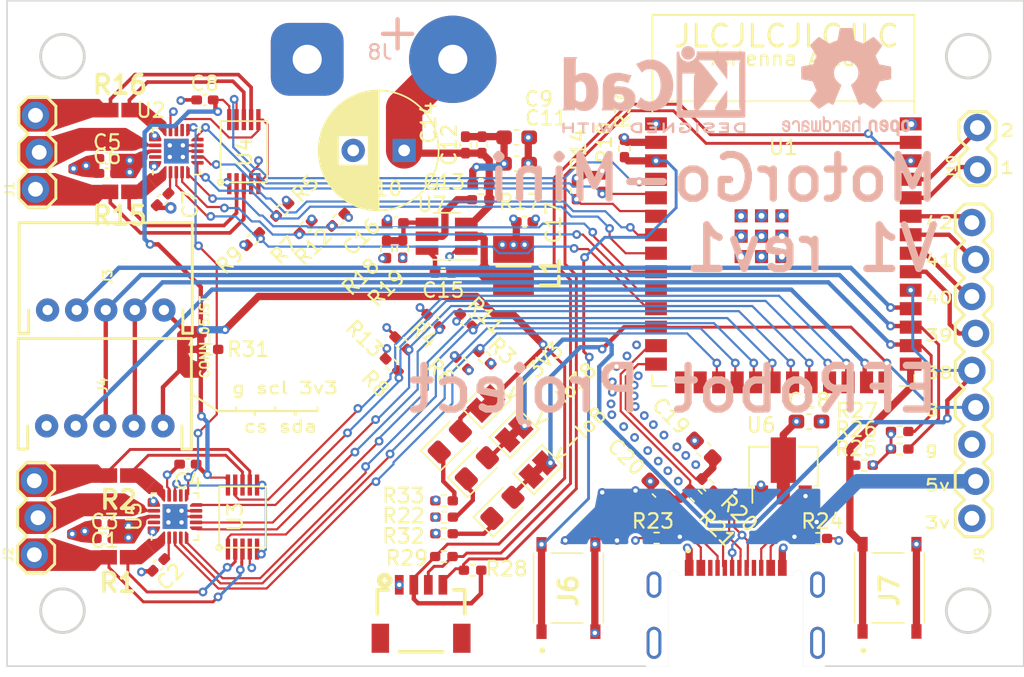
<source format=kicad_pcb>
(kicad_pcb (version 20221018) (generator pcbnew)
  (layers (0 "F.Cu" signal) (1 "In1.Cu" signal) (2 "In2.Cu" signal) (31 "B.Cu" signal) (34 "B.Paste" user) (35 "F.Paste" user) (36 "B.SilkS" user "B.Silkscreen") (37 "F.SilkS" user "F.Silkscreen") (38 "B.Mask" user) (39 "F.Mask" user) (44 "Edge.Cuts" user))
  (net 0 "")
  (net 5 "+BATT")
  (net 6 "GND")
  (net 7 "Net-(U5-VCP)")
  (net 8 "+3.3V")
  (net 9 "Net-(U2-VCP)")
  (net 10 "Net-(U2-V)")
  (net 11 "Net-(U2-W)")
  (net 12 "/motor_controls1/motor_fault_detect")
  (net 13 "Net-(U2-1.8v_out)")
  (net 14 "Net-(U2-U)")
  (net 15 "Net-(U3-in-1)")
  (net 16 "Net-(U3-in+1)")
  (net 17 "Net-(U3-ref_1)")
  (net 18 "Net-(U3-in+2)")
  (net 19 "Net-(U3-in-2)")
  (net 20 "Net-(U4-in+1)")
  (net 21 "Net-(U5-V)")
  (net 22 "/motor_controls/standby")
  (net 23 "/motor_controls/motor_fault_detect")
  (net 25 "+5V")
  (net 26 "Net-(C11-Pad2)")
  (net 27 "Net-(U7-SW)")
  (net 28 "Net-(U7-VBST)")
  (net 29 "Net-(U7-VFB)")
  (net 30 "usb_d-")
  (net 31 "usb_d+")
  (net 32 "m1_enc_cs")
  (net 33 "m2_enc_cs")
  (net 34 "m2_uh")
  (net 35 "m2_ul")
  (net 36 "m2_vh")
  (net 37 "m2_vl")
  (net 38 "m2_wh")
  (net 39 "m2_wl")
  (net 40 "m1_uh")
  (net 41 "m1_ul")
  (net 42 "m1_vh")
  (net 43 "m1_vl")
  (net 44 "m1_wh")
  (net 45 "m1_wl")
  (net 46 "Net-(U7-EN)")
  (net 47 "Net-(J11-CC1)")
  (net 48 "Net-(J11-DP1)")
  (net 49 "Net-(J11-DN1)")
  (net 51 "Net-(J11-CC2)")
  (net 52 "Net-(U1-GPIO0{slash}BOOT)")
  (net 53 "Net-(U1-EN)")
  (net 54 "m2_current_sense_u")
  (net 55 "m2_current_sense_w")
  (net 56 "Net-(J9-Pin_6)")
  (net 57 "Net-(J10-Pin_1)")
  (net 58 "Net-(J10-Pin_2)")
  (net 59 "m1_current_sense_w")
  (net 60 "m1_current_sense_u")
  (net 62 "Net-(U4-in+2)")
  (net 63 "enc_scl")
  (net 65 "enc_sda")
  (net 66 "sda")
  (net 67 "scl")
  (net 68 "gpio8")
  (net 69 "gpio38")
  (net 70 "Net-(D2-K)")
  (net 71 "Net-(D1-K)")
  (net 72 "Net-(D1-A)")
  (net 73 "Net-(D2-A)")
  (net 74 "Net-(D3-K)")
  (net 75 "Net-(D3-A)")
  (net 79 "Net-(J9-Pin_9)")
  (net 80 "Net-(J9-Pin_8)")
  (net 81 "Net-(J9-Pin_7)")
  (footprint "Capacitor_SMD:C_0402_1005Metric_Pad0.74x0.62mm_HandSolder" (layer "F.Cu") (at 124.702997 89.56574 -135)
    (fp_text reference "C2")
    (fp_text value "10NF-0603-50V-10%" hide)
  )
  (footprint "Resistor_SMD:R_0402_1005Metric_Pad0.72x0.64mm_HandSolder" (layer "F.Cu") (at 153.416 63.8435 -90)
    (fp_text reference "R14")
    (fp_text value "1K")
  )
  (footprint "aa_sparkfun_connectors:JST-5-PTH" (layer "F.Cu") (at 121.01696 80.01)
    (fp_text reference "J4")
    (fp_text value "CONN_05JST")
  )
  (footprint "Jumper:SolderJumper-2_P1.3mm_Bridged_Pad1.0x1.5mm" (layer "F.Cu") (at 150.775888 83.016393 45)
    (fp_text reference "JP1" hide)
    (fp_text value "SolderJumper_2_Bridged")
  )
  (footprint "aaa_motorgo_components:INA2181_VSSOP_10" (layer "F.Cu") (at 130.570599 61.1704 90)
    (fp_text reference "U4")
    (fp_text value "INA2181")
  )
  (footprint "aaa_trinamic:TMC6300 3x3mm" (layer "F.Cu") (at 125.9316 61.1364 90)
    (fp_text reference "U2")
    (fp_text value "TMC6300")
  )
  (footprint "Resistor_SMD:R_0402_1005Metric_Pad0.72x0.64mm_HandSolder" (layer "F.Cu") (at 134.810714 66.357286 -135)
    (fp_text reference "R7")
    (fp_text value "1K")
  )
  (footprint "LED_SMD:LED_0805_2012Metric_Pad1.15x1.40mm_HandSolder" (layer "F.Cu") (at 144.72626 81.085397 45)
    (fp_text reference "<-3V3")
    (fp_text value "LED")
  )
  (footprint "LED_SMD:LED_0805_2012Metric_Pad1.15x1.40mm_HandSolder" (layer "F.Cu") (at 148.339238 85.643999 45)
    (fp_text reference "<-Io8")
    (fp_text value "LED")
  )
  (footprint "aaa_motorgo_components:INA2181_VSSOP_10" (layer "F.Cu") (at 130.479524 86.276458 90)
    (fp_text reference "U3")
    (fp_text value "INA2181")
  )
  (footprint "Resistor_SMD:R_0402_1005Metric_Pad0.72x0.64mm_HandSolder" (layer "F.Cu") (at 173.183968 82.714817 180)
    (fp_text reference "R25")
    (fp_text value "5k1")
  )
  (footprint "Resistor_SMD:R_0402_1005Metric_Pad0.72x0.64mm_HandSolder" (layer "F.Cu") (at 146.84 64.472)
    (fp_text reference "R17")
    (fp_text value "54.9k")
  )
  (footprint "Resistor_SMD:R_0402_1005Metric_Pad0.72x0.64mm_HandSolder" (layer "F.Cu") (at 144.3276 85.160104 180)
    (fp_text reference "R33")
    (fp_text value "1k")
  )
  (footprint "Capacitor_SMD:C_0402_1005Metric_Pad0.74x0.62mm_HandSolder" (layer "F.Cu") (at 121.1844 62.664)
    (fp_text reference "C6")
    (fp_text value "10NF" hide)
  )
  (footprint "aaa_SamacSys_Parts:INDC3225X120N" (layer "F.Cu") (at 149.098 69.033 -90)
    (fp_text reference "L1")
    (fp_text value "SRP3212A-4R7M" hide)
  )
  (footprint "aaa_SamacSys_Parts:RESC1608X55N" (layer "F.Cu") (at 121.952301 89.038832 180)
    (fp_text reference "R1")
    (fp_text value "R_Shunt_US" hide)
  )
  (footprint "Resistor_SMD:R_0402_1005Metric_Pad0.72x0.64mm_HandSolder" (layer "F.Cu") (at 144.335158 86.282843 180)
    (fp_text reference "R22")
    (fp_text value "1k")
  )
  (footprint "Resistor_SMD:R_0402_1005Metric_Pad0.72x0.64mm_HandSolder" (layer "F.Cu") (at 133.212319 65.161681 -135)
    (fp_text reference "R5")
    (fp_text value "1K")
  )
  (footprint "Resistor_SMD:R_0402_1005Metric_Pad0.72x0.64mm_HandSolder" (layer "F.Cu") (at 170.044956 87.745727 180)
    (fp_text reference "R24")
    (fp_text value "5k1")
  )
  (footprint "Jumper:SolderJumper-2_P1.3mm_Bridged_Pad1.0x1.5mm" (layer "F.Cu") (at 147.211403 78.479487 45)
    (fp_text reference "JP3" hide)
    (fp_text value "SolderJumper_2_Bridged")
  )
  (footprint "Resistor_SMD:R_0402_1005Metric_Pad0.72x0.64mm_HandSolder" (layer "F.Cu") (at 141.485388 67.860515 90)
    (fp_text reference "R19")
    (fp_text value "54.9k")
  )
  (footprint "Capacitor_SMD:C_0402_1005Metric_Pad0.74x0.62mm_HandSolder" (layer "F.Cu") (at 146.864073 63.398198)
    (fp_text reference "C13")
    (fp_text value "10uF")
  )
  (footprint "aaa_SamacSys_Parts:PTS526SM08SMTR2LFS" (layer "F.Cu") (at 174.934 91.138 90)
    (fp_text reference "J7")
    (fp_text value "~" hide)
  )
  (footprint "Capacitor_SMD:C_0402_1005Metric_Pad0.74x0.62mm_HandSolder" (layer "F.Cu") (at 121.1824 61.6436 180)
    (fp_text reference "C5")
    (fp_text value "10NF-0603-50V-10%" hide)
  )
  (footprint "Resistor_SMD:R_0402_1005Metric_Pad0.72x0.64mm_HandSolder" (layer "F.Cu") (at 131.201681 67.172319 45)
    (fp_text reference "R9")
    (fp_text value "1K")
  )
  (footprint "aaa_espressif_github:ESP32-S3-WROOM-1" (layer "F.Cu") (at 167.64 67.52)
    (fp_text reference "U1")
    (fp_text value "ESP32-S3-WROOM-1")
  )
  (footprint "Resistor_SMD:R_0402_1005Metric_Pad0.72x0.64mm_HandSolder" (layer "F.Cu") (at 155.194 63.3355 -90)
    (fp_text reference "R10")
    (fp_text value "1K")
  )
  (footprint "Resistor_SMD:R_0402_1005Metric_Pad0.72x0.64mm_HandSolder" (layer "F.Cu") (at 158.932661 87.723495)
    (fp_text reference "R23")
    (fp_text value "5k1")
  )
  (footprint "Resistor_SMD:R_0402_1005Metric_Pad0.72x0.64mm_HandSolder" (layer "F.Cu") (at 145.860142 72.751721 -45)
    (fp_text reference "R11")
    (fp_text value "1K")
  )
  (footprint "Resistor_SMD:R_0402_1005Metric_Pad0.72x0.64mm_HandSolder" (layer "F.Cu") (at 147.107239 75.312913 135)
    (fp_text reference "R3")
    (fp_text value "1K")
  )
  (footprint "Resistor_SMD:R_0402_1005Metric_Pad0.72x0.64mm_HandSolder" (layer "F.Cu") (at 175.633036 80.395264)
    (fp_text reference "R27")
    (fp_text value "5k1")
  )
  (footprint "Resistor_SMD:R_0402_1005Metric_Pad0.72x0.64mm_HandSolder" (layer "F.Cu") (at 175.632364 81.603353)
    (fp_text reference "R26")
    (fp_text value "5k1")
  )
  (footprint "Capacitor_SMD:C_0402_1005Metric_Pad0.74x0.62mm_HandSolder" (layer "F.Cu") (at 120.99839 86.727162 180)
    (fp_text reference "C1")
    (fp_text value "10NF-0603-50V-10%" hide)
  )
  (footprint "Resistor_SMD:R_0402_1005Metric_Pad0.72x0.64mm_HandSolder" (layer "F.Cu") (at 162.444693 84.088537 -45)
    (fp_text reference "R20")
    (fp_text value "0R")
  )
  (footprint "Capacitor_SMD:C_0603_1608Metric_Pad1.08x0.95mm_HandSolder" (layer "F.Cu") (at 159.112541 84.436541 135)
    (fp_text reference "C20")
    (fp_text value "DNP")
  )
  (footprint "Capacitor_SMD:C_0402_1005Metric_Pad0.74x0.62mm_HandSolder" (layer "F.Cu") (at 121.00319 87.750768)
    (fp_text reference "C3")
    (fp_text value "10NF" hide)
  )
  (footprint "Capacitor_SMD:C_0603_1608Metric_Pad1.08x0.95mm_HandSolder" (layer "F.Cu") (at 169.402 79.712)
    (fp_text reference "C18")
    (fp_text value "22uF")
  )
  (footprint "aaa_SamacSys_Parts:PTS526SM08SMTR2LFS" (layer "F.Cu") (at 152.874197 91.152726 90)
    (fp_text reference "J6")
    (fp_text value "~" hide)
  )
  (footprint "aa_sparkfun_connectors:1X03_LOCK" (layer "F.Cu") (at 116.301213 88.862054 90)
    (fp_text reference "J2")
    (fp_text value "CONN_03POLAR_LOCK" hide)
  )
  (footprint "aaa_SamacSys_Parts:RESC1608X55N" (layer "F.Cu") (at 121.966183 83.423249 180)
    (fp_text reference "R2")
    (fp_text value "R_Shunt_US" hide)
  )
  (footprint "Resistor_SMD:R_0402_1005Metric_Pad0.72x0.64mm_HandSolder" (layer "F.Cu") (at 141.393352 74.337352 -45)
    (fp_text reference "R13")
    (fp_text value "1K")
  )
  (footprint "Package_TO_SOT_SMD:SOT-23-6_Handsoldering" (layer "F.Cu") (at 144.506 66.984001 180)
    (fp_text reference "U7")
    (fp_text value "TPS562208")
  )
  (footprint "Capacitor_SMD:C_0402_1005Metric_Pad0.74x0.62mm_HandSolder" (layer "F.Cu") (at 127.898016 57.615537 180)
    (fp_text reference "C8")
    (fp_text value "0.1UF" hide)
  )
  (footprint "aaa_motorgo_components:GCT_USB4520-03-0-A_REVA" (layer "F.Cu") (at 164.37 94.92)
    (fp_text reference "J11" hide)
    (fp_text value "USB4520-03-0-A_REVA")
    (fp_line (start -4.62 1.6) (end -6.21 1.6) (stroke (width 0.01)) (layer "Edge.Cuts"))
    (fp_line (start -4.62 1.6) (end -4.62 -4.6) (stroke (width 0.01)) (layer "Edge.Cuts"))
    (fp_line (start -3.82 -4.6) (end 3.82 -4.6) (stroke (width 0.01)) (layer "Edge.Cuts"))
    (fp_line (start 4.62 -4.6) (end 4.62 1.6) (stroke (width 0.01)) (layer "Edge.Cuts"))
    (fp_line (start 6.17 1.6) (end 4.62 1.6) (stroke (width 0.01)) (layer "Edge.Cuts"))
    (fp_arc (start -4.62 -4.6) (mid -4.540343 -4.86731) (end -4.295 -5) (stroke (width 0.01)) (layer "Edge.Cuts"))
    (fp_arc (start -4.295 -5) (mid -4.07451 -4.92731) (end -3.97 -4.72) (stroke (width 0.01)) (layer "Edge.Cuts"))
    (fp_arc (start -3.82 -4.6) (mid -3.919853 -4.628934) (end -3.97 -4.72) (stroke (width 0.01)) (layer "Edge.Cuts"))
    (fp_arc (start 3.97 -4.72) (mid 3.919853 -4.628934) (end 3.82 -4.6) (stroke (width 0.01)) (layer "Edge.Cuts"))
    (fp_arc (start 3.97 -4.72) (mid 4.07451 -4.92731) (end 4.295 -5) (stroke (width 0.01)) (layer "Edge.Cuts"))
    (fp_arc (start 4.295 -5) (mid 4.540343 -4.86731) (end 4.62 -4.6) (stroke (width 0.01)) (layer "Edge.Cuts"))
  )
  (footprint "aa_sparkfun_connectors:1X02_LOCK" (layer "F.Cu") (at 180.975 62.23 90)
    (fp_text reference "J10")
    (fp_text value "Conn_01x02_Pin" hide)
  )
  (footprint "Capacitor_SMD:C_0402_1005Metric_Pad0.74x0.62mm_HandSolder" (layer "F.Cu") (at 146.936 60.706 -90)
    (fp_text reference "C14")
    (fp_text value ".1uF")
  )
  (footprint "Resistor_SMD:R_0402_1005Metric_Pad0.72x0.64mm_HandSolder" (layer "F.Cu") (at 144.31365 88.987791)
    (fp_text reference "R29")
    (fp_text value "5k1")
  )
  (footprint "Resistor_SMD:R_0402_1005Metric_Pad0.72x0.64mm_HandSolder" (layer "F.Cu") (at 128.209969 74.754958)
    (fp_text reference "R31")
    (fp_text value "5k1")
  )
  (footprint "Resistor_SMD:R_0402_1005Metric_Pad0.72x0.64mm_HandSolder" (layer "F.Cu") (at 156.723042 60.951969 -90)
    (fp_text reference "R30")
    (fp_text value "5k1")
  )
  (footprint "aaa_SamacSys_Parts:RESC1608X55N" (layer "F.Cu") (at 122.042299 63.932415 180)
    (fp_text reference "R15")
    (fp_text value "R_Shunt_US" hide)
  )
  (footprint "Capacitor_THT:CP_Radial_D8.0mm_P3.50mm" (layer "F.Cu") (at 141.585605 61.085748 180)
    (fp_text reference "C10")
    (fp_text value "220uF" hide)
  )
  (footprint "Jumper:SolderJumper-2_P1.3mm_Bridged_Pad1.0x1.5mm" (layer "F.Cu") (at 149.142435 80.51573 45)
    (fp_text reference "JP2" hide)
    (fp_text value "SolderJumper_2_Bridged")
  )
  (footprint "Capacitor_SMD:C_0402_1005Metric_Pad0.74x0.62mm_HandSolder" (layer "F.Cu") (at 149.86 65.984)
    (fp_text reference "C17")
    (fp_text value "10uF")
  )
  (footprint "Capacitor_SMD:C_0603_1608Metric_Pad1.08x0.95mm_HandSolder" (layer "F.Cu") (at 162.181754 81.621328 135)
    (fp_text reference "C19")
    (fp_text value "DNP")
  )
  (footprint "Resistor_SMD:R_0402_1005Metric_Pad0.72x0.64mm_HandSolder" (layer "F.Cu") (at 145.552253 75.702253 135)
    (fp_text reference "R6")
    (fp_text value "1K")
  )
  (footprint "Resistor_SMD:R_0402_1005Metric_Pad0.72x0.64mm_HandSolder" (layer "F.Cu") (at 144.326963 87.422886 180)
    (fp_text reference "R32")
    (fp_text value "1k")
  )
  (footprint "Capacitor_SMD:C_0402_1005Metric_Pad0.74x0.62mm_HandSolder" (layer "F.Cu") (at 140.97 66.046001)
    (fp_text reference "C16")
    (fp_text value ".1uF")
  )
  (footprint "Capacitor_SMD:C_0402_1005Metric_Pad0.74x0.62mm_HandSolder" (layer "F.Cu") (at 145.796 60.706001 -90)
    (fp_text reference "C12")
    (fp_text value "10uF")
  )
  (footprint "Capacitor_SMD:C_0603_1608Metric_Pad1.08x0.95mm_HandSolder" (layer "F.Cu") (at 149.314 61.998 180)
    (fp_text reference "C11")
    (fp_text value "22uF")
  )
  (footprint "Resistor_SMD:R_0402_1005Metric_Pad0.72x0.64mm_HandSolder" (layer "F.Cu") (at 137.050714 65.849286 -135)
    (fp_text reference "R12")
    (fp_text value "1K")
  )
  (footprint "Capacitor_SMD:C_0603_1608Metric_Pad1.08x0.95mm_HandSolder" (layer "F.Cu") (at 149.314 60.19 180)
    (fp_text reference "C9")
    (fp_text value "22uF")
  )
  (footprint "Capacitor_SMD:C_0402_1005Metric_Pad0.74x0.62mm_HandSolder" (layer "F.Cu") (at 124.989332 64.44692 -135)
    (fp_text reference "C7")
    (fp_text value "10NF-0603-50V-10%" hide)
  )
  (footprint "aaa_SamacSys_Parts:RESC1608X55N" (layer "F.Cu") (at 122.057923 58.313966 180)
    (fp_text reference "R16")
    (fp_text value "R_Shunt_US" hide)
  )
  (footprint "aa_sparkfun_connectors:JST-5-PTH" (layer "F.Cu") (at 121.083 72.05091)
    (fp_text reference "J3")
    (fp_text value "CONN_05JST" hide)
  )
  (footprint "aa_sparkfun_connectors:1X04_1MM_RA" (layer "F.Cu") (at 142.748 90.932)
    (fp_text reference "J5" hide)
    (fp_text value "I2C_STANDARDQWIIC" hide)
  )
  (footprint "aaa_trinamic:TMC6300 3x3mm" (layer "F.Cu") (at 125.839938 86.244093 90)
    (fp_text reference "U5")
    (fp_text value "TMC6300")
  )
  (footprint "Resistor_SMD:R_0402_1005Metric_Pad0.72x0.64mm_HandSolder" (layer "F.Cu") (at 146.28775 89.929808 180)
    (fp_text reference "R28")
    (fp_text value "5k1")
  )
  (footprint "LED_SMD:LED_0805_2012Metric_Pad1.15x1.40mm_HandSolder" (layer "F.Cu") (at 146.581186 82.923947 45)
    (fp_text reference "<-Io38")
    (fp_text value "LED")
  )
  (footprint "Resistor_SMD:R_0402_1005Metric_Pad0.72x0.64mm_HandSolder" (layer "F.Cu") (at 161.659307 84.821463 -45)
    (fp_text reference "R21")
    (fp_text value "0R")
  )
  (footprint "aa_sparkfun_connectors:1X03_LOCK" (layer "F.Cu") (at 116.384 63.754 90)
    (fp_text reference "J1")
    (fp_text value "CONN_03POLAR_LOCK" hide)
  )
  (footprint "Resistor_SMD:R_0402_1005Metric_Pad0.72x0.64mm_HandSolder" (layer "F.Cu") (at 140.736562 75.817773 -45)
    (fp_text reference "R8")
    (fp_text value "1K")
  )
  (footprint "Capacitor_SMD:C_0402_1005Metric_Pad0.74x0.62mm_HandSolder" (layer "F.Cu") (at 144.272 69.528 180)
    (fp_text reference "C15")
    (fp_text value ".1uF")
  )
  (footprint "aa_sparkfun_connectors:1X09_LOCK" (layer "F.Cu") (at 180.721 86.36 90)
    (fp_text reference "J9")
    (fp_text value "Conn_01x09_Pin" hide)
  )
  (footprint "Package_TO_SOT_SMD:SOT-89-3" (layer "F.Cu") (at 167.640001 82.804 90)
    (fp_text reference "U6")
    (fp_text value "AZ1117C")
  )
  (footprint "Capacitor_SMD:C_0402_1005Metric_Pad0.74x0.62mm_HandSolder" (layer "F.Cu") (at 126.7249 82.641401 180)
    (fp_text reference "C4")
    (fp_text value "0.1UF" hide)
  )
  (footprint "Resistor_SMD:R_0402_1005Metric_Pad0.72x0.64mm_HandSolder" (layer "F.Cu") (at 140.374867 67.883996 90)
    (fp_text reference "R18")
    (fp_text value "10k")
  )
  (footprint "Resistor_SMD:R_0402_1005Metric_Pad0.72x0.64mm_HandSolder" (layer "F.Cu") (at 143.590257 72.797237 -45)
    (fp_text reference "R4")
    (fp_text value "1K")
  )
  (footprint "Symbol:KiCad-Logo2_5mm_SilkScreen" (layer "B.Cu") (at 158.75 56.896 180)
    (fp_text reference "REF**" hide)
    (fp_text value "KiCad-Logo2_5mm_SilkScreen" hide)
  )
  (footprint "Symbol:OSHW-Logo2_9.8x8mm_SilkScreen" (layer "B.Cu") (at 171.958 56.388 180)
    (fp_text reference "REF**" hide)
    (fp_text value "OSHW-Logo2_9.8x8mm_SilkScreen" hide)
  )
  (footprint "aaa_motorgo_components:xt30" (layer "B.Cu") (at 139.92442 54.825621 180)
    (fp_text reference "J8")
    (fp_text value "~")
  )
  (gr_line (start 132.737031 78.74) (end 132.737031 78.994) (stroke (width 0.15)) (layer "F.SilkS"))
  (gr_line (start 134.112 79.248) (end 134.112 78.994) (stroke (width 0.15)) (layer "F.SilkS"))
  (gr_line (start 131.318 78.994) (end 131.318 79.248) (stroke (width 0.15)) (layer "F.SilkS"))
  (gr_line (start 130.048 78.994) (end 131.318 78.994) (stroke (width 0.15)) (layer "F.SilkS"))
  (gr_line (start 134.112 78.994) (end 134.112 79.248) (stroke (width 0.15)) (layer "F.SilkS"))
  (gr_line (start 128.778 78.994) (end 135.636 78.994) (stroke (width 0.15)) (layer "F.SilkS"))
  (gr_line (start 132.737031 78.994) (end 132.737031 78.74) (stroke (width 0.15)) (layer "F.SilkS"))
  (gr_line (start 130.048 78.74) (end 130.048 78.994) (stroke (width 0.15)) (layer "F.SilkS"))
  (gr_line (start 131.318 79.248) (end 131.318 78.994) (stroke (width 0.15)) (layer "F.SilkS"))
  (gr_line (start 135.636 78.994) (end 135.636 78.74) (stroke (width 0.15)) (layer "F.SilkS"))
  (gr_line (start 126.96564 77.80909) (end 128.778 78.994) (stroke (width 0.15)) (layer "F.SilkS"))
  (gr_line (start 184.15 96.52) (end 184.15 50.8) (stroke (width 0.1)) (layer "Edge.Cuts"))
  (gr_circle locked (center 118.11 92.71) (end 119.61 92.71) (stroke (width 0.2)) (fill none) (layer "Edge.Cuts"))
  (gr_circle locked (center 180.34 54.61) (end 181.84 54.61) (stroke (width 0.2)) (fill none) (layer "Edge.Cuts"))
  (gr_line locked (start 114.3 96.52) (end 114.3 50.8) (stroke (width 0.1)) (layer "Edge.Cuts"))
  (gr_line (start 114.3 50.8) (end 184.15 50.8) (stroke (width 0.1)) (layer "Edge.Cuts"))
  (gr_line (start 158.16 96.52) (end 114.3 96.52) (stroke (width 0.1)) (layer "Edge.Cuts"))
  (gr_line (start 184.15 96.52) (end 170.54 96.52) (stroke (width 0.1)) (layer "Edge.Cuts"))
  (gr_circle locked (center 118.11 54.61) (end 119.61 54.61) (stroke (width 0.2)) (fill none) (layer "Edge.Cuts"))
  (gr_circle locked (center 180.34 92.71) (end 181.84 92.71) (stroke (width 0.2)) (fill none) (layer "Edge.Cuts"))
  (gr_text "MotorGo-Mini\nV1 rev1\n\nEFRobot Project" (at 178.562 79.248) (layer "B.SilkS") (effects (font (size 3 3) (thickness 0.5) bold) (justify left bottom mirror)))
  (gr_text "JLCJLCJLCJLC" (at 160.02 54.102) (layer "F.SilkS") (effects (font (size 1.5 1.5) (thickness 0.2) bold) (justify left bottom)))
  (gr_text "cs sda" (at 130.466382 80.517064) (layer "F.SilkS") (effects (font (size 0.8 1) (thickness 0.15) bold) (justify left bottom)))
  (gr_text "42\n\n41\n\n40\n\n39\n\n38\n\n8\n\ng\n\n5v\n\n3v" (at 177.274433 87.142584) (layer "F.SilkS") (effects (font (size 0.8 1) (thickness 0.15) bold) (justify left bottom)))
  (gr_text "g scl 3v3" (at 129.654117 77.884079) (layer "F.SilkS") (effects (font (size 0.8 1) (thickness 0.15) bold) (justify left bottom)))
  (gr_text "2\n\n1" (at 182.450245 62.748338) (layer "F.SilkS") (effects (font (size 0.8 1) (thickness 0.15) bold) (justify left bottom)))
  (segment (start 145.796 61.273501) (end 141.773358 61.273501) (width 0.5) (layer "F.Cu") (net 5))
  (segment (start 141.773358 61.273501) (end 141.585605 61.085748) (width 0.5) (layer "F.Cu") (net 5))
  (segment (start 147.4375 64.472) (end 147.4375 63.404125) (width 0.5) (layer "F.Cu") (net 5))
  (segment (start 145.856 66.034001) (end 146.311 66.034001) (width 0.5) (layer "F.Cu") (net 5))
  (segment (start 123.535134 90.050134) (end 123.579618 90.00565) (width 0.3) (layer "F.Cu") (net 5))
  (segment (start 124.588049 64.898049) (end 124.588049 64.848203) (width 0.25) (layer "F.Cu") (net 5))
  (segment (start 147.431573 61.769073) (end 147.431573 63.398198) (width 0.5) (layer "F.Cu") (net 5))
  (segment (start 146.936 61.2735) (end 145.796001 61.2735) (width 0.5) (layer "F.Cu") (net 5))
  (segment (start 147.4375 64.907501) (end 147.4375 64.472) (width 0.5) (layer "F.Cu") (net 5))
  (segment (start 146.936 61.2735) (end 147.431573 61.769073) (width 0.5) (layer "F.Cu") (net 5))
  (segment (start 145.796001 61.2735) (end 145.796 61.273501) (width 0.5) (layer "F.Cu") (net 5))
  (segment (start 124.723667 65.033667) (end 124.588049 64.898049) (width 0.3) (layer "F.Cu") (net 5))
  (segment (start 124.498051 90.00565) (end 124.498051 89.955804) (width 0.25) (layer "F.Cu") (net 5))
  (segment (start 146.311 66.034001) (end 147.4375 64.907501) (width 0.5) (layer "F.Cu") (net 5))
  (segment (start 141.585605 61.085748) (end 141.585605 58.164436) (width 2.5) (layer "F.Cu") (net 5))
  (segment (start 123.579618 90.00565) (end 124.498051 90.00565) (width 0.3) (layer "F.Cu") (net 5))
  (segment (start 141.585605 58.164436) (end 144.92442 54.825621) (width 2.5) (layer "F.Cu") (net 5))
  (segment (start 147.4375 63.404125) (end 147.431573 63.398198) (width 0.5) (layer "F.Cu") (net 5))
  (segment (start 125.547547 65.033667) (end 124.723667 65.033667) (width 0.3) (layer "F.Cu") (net 5))
  (via (at 122.642802 87.693201) (size 0.6) (drill 0.3) (layers "F.Cu" "B.Cu") (net 5))
  (via (at 125.547547 65.033667) (size 0.8) (drill 0.4) (layers "F.Cu" "B.Cu") (net 5))
  (via (at 123.535134 90.050134) (size 0.6) (drill 0.3) (layers "F.Cu" "B.Cu") (net 5))
  (via (at 122.7328 62.5856) (size 0.6) (drill 0.3) (layers "F.Cu" "B.Cu") (net 5))
  (via (at 122.7328 61.7728) (size 0.6) (drill 0.3) (layers "F.Cu" "B.Cu") (net 5))
  (via (at 122.642802 86.880401) (size 0.6) (drill 0.3) (layers "F.Cu" "B.Cu") (net 5))
  (segment (start 161.17 88.526) (end 161.036 88.392) (width 0.3) (layer "F.Cu") (net 6))
  (segment (start 131.070599 62.622651) (end 131.070599 63.3704) (width 0.152) (layer "F.Cu") (net 6))
  (segment (start 167.57 89.77) (end 167.57 88.462) (width 0.5) (layer "F.Cu") (net 6))
  (segment (start 171.45 87.884) (end 171.311727 87.745727) (width 0.152) (layer "F.Cu") (net 6))
  (segment (start 131.5795 62.11375) (end 131.070599 62.622651) (width 0.152) (layer "F.Cu") (net 6))
  (segment (start 140.314066 74.770691) (end 140.314066 75.395277) (width 0.2) (layer "F.Cu") (net 6))
  (segment (start 171.311727 87.745727) (end 170.642456 87.745727) (width 0.152) (layer "F.Cu") (net 6))
  (segment (start 125.301405 83.36876) (end 125.301405 84.201778) (width 0.152) (layer "F.Cu") (net 6))
  (segment (start 125.5316 59.6864) (end 125.5316 58.6184) (width 0.152) (layer "F.Cu") (net 6))
  (segment (start 140.970856 73.838656) (end 140.3858 73.2536) (width 0.2) (layer "F.Cu") (net 6))
  (segment (start 131.5795 61.783686) (end 131.5795 62.11375) (width 0.152) (layer "F.Cu") (net 6))
  (segment (start 140.3945 74.690257) (end 140.314066 74.770691) (width 0.2) (layer "F.Cu") (net 6))
  (segment (start 145.146599 67.934001) (end 144.7038 68.3768) (width 0.2) (layer "F.Cu") (net 6))
  (segment (start 125.5316 58.6184) (end 125.73 58.42) (width 0.152) (layer "F.Cu") (net 6))
  (segment (start 145.856 67.934001) (end 145.146599 67.934001) (width 0.2) (layer "F.Cu") (net 6))
  (segment (start 154.686 88.138) (end 154.724197 88.152726) (width 0.5) (layer "F.Cu") (net 6))
  (segment (start 130.980601 89.629401) (end 130.980601 88.478001) (width 0.152) (layer "F.Cu") (net 6))
  (segment (start 125.430041 83.36876) (end 126.1574 82.641401) (width 0.25) (layer "F.Cu") (net 6))
  (segment (start 154.724197 94.152726) (end 154.686 94.234) (width 0.5) (layer "F.Cu") (net 6))
  (segment (start 126.539938 85.844093) (end 126.389938 85.694093) (width 0.152) (layer "F.Cu") (net 6))
  (segment (start 126.6316 60.7364) (end 126.4816 60.5864) (width 0.152) (layer "F.Cu") (net 6))
  (segment (start 154.686 94.234) (end 154.686 88.138) (width 0.5) (layer "F.Cu") (net 6))
  (segment (start 167.57 88.462) (end 167.64 88.392) (width 0.3) (layer "F.Cu") (net 6))
  (segment (start 127.289938 85.844093) (end 126.539938 85.844093) (width 0.152) (layer "F.Cu") (net 6))
  (segment (start 127.330516 57.615537) (end 126.280463 57.615537) (width 0.25) (layer "F.Cu") (net 6))
  (segment (start 125.301405 83.36876) (end 125.430041 83.36876) (width 0.25) (layer "F.Cu") (net 6))
  (segment (start 140.970856 73.914856) (end 140.970856 73.838656) (width 0.2) (layer "F.Cu") (net 6))
  (segment (start 161.17 89.77) (end 161.17 88.526) (width 0.5) (layer "F.Cu") (net 6))
  (segment (start 127.289938 86.244093) (end 125.839938 86.244093) (width 0.152) (layer "F.Cu") (net 6))
  (segment (start 131.1148 89.7636) (end 130.980601 89.629401) (width 0.152) (layer "F.Cu") (net 6))
  (segment (start 157.48 87.884) (end 157.640505 87.723495) (width 0.152) (layer "F.Cu") (net 6))
  (segment (start 126.280463 57.615537) (end 126.238 57.658) (width 0.25) (layer "F.Cu") (net 6))
  (segment (start 153.416 63.246) (end 153.924 62.738) (width 0.5) (layer "F.Cu") (net 6))
  (segment (start 153.924 62.738) (end 155.194 62.738) (width 0.5) (layer "F.Cu") (net 6))
  (segment (start 143.819499 87.431) (end 143.819 87.431) (width 0.2) (layer "F.Cu") (net 6))
  (segment (start 145.188308 72.8275) (end 145.437646 72.578162) (width 0.2) (layer "F.Cu") (net 6))
  (segment (start 145.437646 72.578162) (end 145.437646 72.329225) (width 0.2) (layer "F.Cu") (net 6))
  (segment (start 127.3816 60.7364) (end 126.6316 60.7364) (width 0.152) (layer "F.Cu") (net 6))
  (segment (start 142.67502 71.882) (end 143.167761 72.374741) (width 0.3) (layer "F.Cu") (net 6))
  (segment (start 124.4916 62.0984) (end 124.4016 62.1884) (width 0.152) (layer "F.Cu") (net 6))
  (segment (start 143.819 87.431) (end 143.764 87.376) (width 0.2) (layer "F.Cu") (net 6))
  (segment (start 157.640505 87.723495) (end 158.335161 87.723495) (width 0.152) (layer "F.Cu") (net 6))
  (segment (start 125.301405 84.201778) (end 125.441602 84.341975) (width 0.152) (layer "F.Cu") (net 6))
  (segment (start 125.441602 84.341975) (end 125.441602 84.794001) (width 0.152) (layer "F.Cu") (net 6))
  (segment (start 124.401602 87.206001) (end 124.311602 87.296001) (width 0.152) (layer "F.Cu") (net 6))
  (segment (start 127.3816 61.1364) (end 125.9316 61.1364) (width 0.152) (layer "F.Cu") (net 6))
  (segment (start 176.784 94.138) (end 176.784 88.138) (width 0.5) (layer "F.Cu") (net 6))
  (via (at 161.544 81.026) (size 0.6) (drill 0.3) (layers "F.Cu" "B.Cu") (net 6))
  (via (at 158.320266 81.709734) (size 0.6) (drill 0.3) (layers "F.Cu" "B.Cu") (net 6))
  (via (at 166.098137 84.059829) (size 0.6) (drill 0.3) (layers "F.Cu" "B.Cu") (net 6))
  (via (at 155.194 62.484) (size 0.6) (drill 0.3) (layers "F.Cu" "B.Cu") (net 6))
  (via (at 164.74 66.98) (size 0.8) (drill 0.4) (layers "F.Cu" "B.Cu") (net 6))
  (via (at 118.782002 87.439201) (size 0.6) (drill 0.3) (layers "F.Cu" "B.Cu") (net 6))
  (via (at 154.686 94.234) (size 0.6) (drill 0.3) (layers "F.Cu" "B.Cu") (net 6))
  (via (at 164.74 68.38) (size 0.8) (drill 0.4) (layers "F.Cu" "B.Cu") (net 6))
  (via (at 161.6202 82.677) (size 0.6) (drill 0.3) (layers "F.Cu" "B.Cu") (net 6))
  (via (at 157.462742 78.681058) (size 0.6) (drill 0.3) (layers "F.Cu" "B.Cu") (net 6))
  (via (at 124.4016 62.1884) (size 0.6) (drill 0.3) (layers "F.Cu" "B.Cu") (net 6))
  (via (at 157.418566 80.808034) (size 0.6) (drill 0.3) (layers "F.Cu" "B.Cu") (net 6))
  (via (at 159.044166 82.433634) (size 0.6) (drill 0.3) (layers "F.Cu" "B.Cu") (net 6))
  (via (at 166.14 65.58) (size 0.8) (drill 0.4) (layers "F.Cu" "B.Cu") (net 6))
  (via (at 155.8885 76.9874) (size 0.6) (drill 0.3) (layers "F.Cu" "B.Cu") (net 6))
  (via (at 159.4358 80.645) (size 0.6) (drill 0.3) (layers "F.Cu" "B.Cu") (net 6))
  (via (at 143.737658 86.282843) (size 0.6) (drill 0.3) (layers "F.Cu" "B.Cu") (net 6))
  (via (at 171.45 87.884) (size 0.6) (drill 0.3) (layers "F.Cu" "B.Cu") (net 6))
  (via (at 159.704566 83.094034) (size 0.6) (drill 0.3) (layers "F.Cu" "B.Cu") (net 6))
  (via (at 166.14 68.38) (size 0.8) (drill 0.4) (layers "F.Cu" "B.Cu") (net 6))
  (via (at 176.784 88.138) (size 0.6) (drill 0.3) (layers "F.Cu" "B.Cu") (net 6))
  (via (at 150.622 65.786) (size 0.6) (drill 0.3) (layers "F.Cu" "B.Cu") (net 6))
  (via (at 157.48 87.884) (size 0.6) (drill 0.3) (layers "F.Cu" "B.Cu") (net 6))
  (via (at 130.556 67.564) (size 0.6) (drill 0.3) (layers "F.Cu" "B.Cu") (net 6))
  (via (at 131.5795 61.783686) (size 0.6) (drill 0.3) (layers "F.Cu" "B.Cu") (net 6))
  (via (at 156.89526 75.20886) (size 0.6) (drill 0.3) (layers "F.Cu" "B.Cu") (net 6))
  (via (at 124.351602 85.176001) (size 0.6) (drill 0.3) (layers "F.Cu" "B.Cu") (net 6))
  (via (at 164.735137 65.597355) (size 0.8) (drill 0.4) (layers "F.Cu" "B.Cu") (net 6))
  (via (at 140.3858 73.2536) (size 0.6) (drill 0.3) (layers "F.Cu" "B.Cu") (net 6))
  (via (at 140.091776 68.498009) (size 0.6) (drill 0.3) (layers "F.Cu" "B.Cu") (net 6))
  (via (at 133.477 64.5001) (size 0.6) (drill 0.3) (layers "F.Cu" "B.Cu") (net 6))
  (via (at 156.669266 80.058734) (size 0.6) (drill 0.3) (layers "F.Cu" "B.Cu") (net 6))
  (via (at 157.3915 77.9526) (size 0.6) (drill 0.3) (layers "F.Cu" "B.Cu") (net 6))
  (via (at 166.14 66.98) (size 0.8) (drill 0.4) (layers "F.Cu" "B.Cu") (net 6))
  (via (at 147.574 75.692) (size 0.6) (drill 0.3) (layers "F.Cu" "B.Cu") (net 6))
  (via (at 143.764 85.09) (size 0.6) (drill 0.3) (layers "F.Cu" "B.Cu") (net 6))
  (via (at 143.764 87.376) (size 0.6) (drill 0.3) (layers "F.Cu" "B.Cu") (net 6))
  (via (at 160.419981 83.809449) (size 0.6) (drill 0.3) (layers "F.Cu" "B.Cu") (net 6))
  (via (at 167.54 66.98) (size 0.8) (drill 0.4) (layers "F.Cu" "B.Cu") (net 6))
  (via (at 155.855266 79.244734) (size 0.6) (drill 0.3) (layers "F.Cu" "B.Cu") (net 6))
  (via (at 137.77321 65.6975) (size 0.6) (drill 0.3) (layers "F.Cu" "B.Cu") (net 6))
  (via (at 167.54 68.38) (size 0.8) (drill 0.4) (layers "F.Cu" "B.Cu") (net 6))
  (via (at 176.433522 59.281986) (size 0.8) (drill 0.4) (layers "F.Cu" "B.Cu") (net 6))
  (via (at 170.2645 79.712) (size 0.6) (drill 0.3) (layers "F.Cu" "B.Cu") (net 6))
  (via (at 141.2494 90.932) (size 0.6) (drill 0.3) (layers "F.Cu" "B.Cu") (net 6))
  (via (at 119.727546 62.136006) (size 0.6) (drill 0.3) (layers "F.Cu" "B.Cu") (net 6))
  (via (at 155.8885 77.6986) (size 0.6) (drill 0.3) (layers "F.Cu" "B.Cu") (net 6))
  (via (at 153.416 62.992) (size 0.6) (drill 0.3) (layers "F.Cu" "B.Cu") (net 6))
  (via (at 157.5562 74.4474) (size 0.6) (drill 0.3) (layers "F.Cu" "B.Cu") (net 6))
  (via (at 158.496 83.82) (size 0.6) (drill 0.3) (layers "F.Cu" "B.Cu") (net 6))
  (via (at 124.311602 87.296001) (size 0.6) (drill 0.3) (layers "F.Cu" "B.Cu") (net 6))
  (via (at 124.4416 60.0684) (size 0.6) (drill 0.3) (layers "F.Cu" "B.Cu") (net 6))
  (via (at 125.301405 83.36876) (size 0.6) (drill 0.3) (layers "F.Cu" "B.Cu") (net 6))
  (via (at 160.9344 82.042) (size 0.6) (drill 0.3) (layers "F.Cu" "B.Cu") (net 6))
  (via (at 118.872 62.3316) (size 0.6) (drill 0.3) (layers "F.Cu" "B.Cu") (net 6))
  (via (at 157.3915 77.216) (size 0.6) (drill 0.3) (layers "F.Cu" "B.Cu") (net 6))
  (via (at 142.67502 71.882) (size 0.6) (drill 0.3) (layers "F.Cu" "B.Cu") (net 6))
  (via (at 161.036 88.392) (size 0.6) (drill 0.3) (layers "F.Cu" "B.Cu") (net 6))
  (via (at 144.7038 68.3768) (size 0.6) (drill 0.3) (layers "F.Cu" "B.Cu") (net 6))
  (via (at 157.67104 76.56884) (size 0.6) (drill 0.3) (layers "F.Cu" "B.Cu") (net 6))
  (via (at 145.188308 72.8275) (size 0.6) (drill 0.3) (layers "F.Cu" "B.Cu") (net 6))
  (via (at 140.3945 74.690257) (size 0.6) (drill 0.3) (layers "F.Cu" "B.Cu") (net 6))
  (via (at 167.54 65.58) (size 0.8) (drill 0.4) (layers "F.Cu" "B.Cu") (net 6))
  (via (at 126.238 57.658) (size 0.6) (drill 0.3) (layers "F.Cu" "B.Cu") (net 6))
  (via (at 158.085042 79.303358) (size 0.6) (drill 0.3) (layers "F.Cu" "B.Cu") (net 6))
  (via (at 167.64 88.392) (size 0.6) (drill 0.3) (layers "F.Cu" "B.Cu") (net 6))
  (via (at 158.89 59.26) (size 0.6) (drill 0.3) (layers "F.Cu" "B.Cu") (net 6))
  (via (at 156.176735 75.927384) (size 0.6) (drill 0.3) (layers "F.Cu" "B.Cu") (net 6))
  (via (at 131.1148 89.7636) (size 0.6) (drill 0.3) (layers "F.Cu" "B.Cu") (net 6))
  (via (at 119.637548 87.243607) (size 0.6) (drill 0.3) (layers "F.Cu" "B.Cu") (net 6))
  (via (at 155.8 78.5) (size 0.6) (drill 0.3) (layers "F.Cu" "B.Cu") (net 6))
  (via (at 125.73 58.42) (size 0.6) (drill 0.3) (layers "F.Cu" "B.Cu") (net 6))
  (via (at 158.707342 79.925658) (size 0.6) (drill 0.3) (layers "F.Cu" "B.Cu") (net 6))
  (via (at 146.05 76.2) (size 0.6) (drill 0.3) (layers "F.Cu" "B.Cu") (net 6))
  (via (at 160.3248 81.4578) (size 0.6) (drill 0.3) (layers "F.Cu" "B.Cu") (net 6))
  (via (at 135.23321 65.7935) (size 0.6) (drill 0.3) (layers "F.Cu" "B.Cu") (net 6))
  (via (at 154.686 88.138) (size 0.6) (drill 0.3) (layers "F.Cu" "B.Cu") (net 6))
  (segment (start 125.409202 87.726401) (end 125.441602 87.694001) (width 0.152) (layer "F.Cu") (net 7))
  (segment (start 125.409202 89.031701) (end 125.409202 87.726401) (width 0.152) (layer "F.Cu") (net 7))
  (segment (start 124.6841 67.5386) (end 127.612469 70.466969) (width 0.3) (layer "F.Cu") (net 8))
  (segment (start 146.558 71.12) (end 131.572 71.12) (width 0.5) (layer "F.Cu") (net 8))
  (segment (start 124.1298 67.5386) (end 124.6841 67.5386) (width 0.3) (layer "F.Cu") (net 8))
  (segment (start 175.035536 81.563536) (end 175.006 81.534) (width 0.2) (layer "F.Cu") (net 8))
  (segment (start 142.25016 91.90637) (end 142.25016 90.932) (width 0.3) (layer "F.Cu") (net 8))
  (segment (start 127.612469 70.466969) (end 127.612469 73.406) (width 0.3) (layer "F.Cu") (net 8))
  (segment (start 144.565941 88.138) (end 148.082 88.138) (width 0.2) (layer "F.Cu") (net 8))
  (segment (start 127.660587 79.349413) (end 127.612469 79.301295) (width 0.3) (layer "F.Cu") (net 8))
  (segment (start 129.286 83.566) (end 128.27104 83.566) (width 0.152) (layer "F.Cu") (net 8))
  (segment (start 147.828 72.39) (end 146.558 71.12) (width 0.5) (layer "F.Cu") (net 8))
  (segment (start 128.778 58.42) (end 128.617917 58.259917) (width 0.3) (layer "F.Cu") (net 8))
  (segment (start 125.01492 80.01) (end 125.01492 77.352507) (width 0.3) (layer "F.Cu") (net 8))
  (segment (start 143.71615 88.987791) (end 144.565941 88.138) (width 0.2) (layer "F.Cu") (net 8))
  (segment (start 158.89 60.53) (end 156.898573 60.53) (width 0.5) (layer "F.Cu") (net 8))
  (segment (start 147.417022 78.273868) (end 147.532132 78.273868) (width 0.3) (layer "F.Cu") (net 8))
  (segment (start 156.566573 60.198) (end 156.723042 60.354469) (width 0.5) (layer "F.Cu") (net 8))
  (segment (start 175.006 81.534) (end 175.035536 81.504464) (width 0.2) (layer "F.Cu") (net 8))
  (segment (start 175.035536 81.504464) (end 175.035536 80.588025) (width 0.2) (layer "F.Cu") (net 8))
  (segment (start 128.071231 83.366191) (end 128.002571 83.366191) (width 0.3) (layer "F.Cu") (net 8))
  (segment (start 126.421427 75.946) (end 126.492 75.946) (width 0.3) (layer "F.Cu") (net 8))
  (segment (start 146.85985 89.828208) (end 146.85985 91.538379) (width 0.3) (layer "F.Cu") (net 8))
  (segment (start 129.480601 84.078001) (end 129.480601 83.760601) (width 0.152) (layer "F.Cu") (net 8))
  (segment (start 129.480601 83.760601) (end 129.286 83.566) (width 0.152) (layer "F.Cu") (net 8))
  (segment (start 128.27104 83.566) (end 128.071231 83.366191) (width 0.152) (layer "F.Cu") (net 8))
  (segment (start 129.570599 58.044199) (end 129.570599 58.9704) (width 0.152) (layer "F.Cu") (net 8))
  (segment (start 131.572 71.12) (end 129.286 73.406) (width 0.5) (layer "F.Cu") (net 8))
  (segment (start 146.85985 91.538379) (end 146.196229 92.202) (width 0.3) (layer "F.Cu") (net 8))
  (segment (start 125.08096 72.05091) (end 126.43605 73.406) (width 0.3) (layer "F.Cu") (net 8))
  (segment (start 156.718 60.349427) (end 156.718 60.198) (width 0.5) (layer "F.Cu") (net 8))
  (segment (start 167.640001 80.611499) (end 168.5395 79.712) (width 0.5) (layer "F.Cu") (net 8))
  (segment (start 175.035536 80.588025) (end 175.034864 80.587353) (width 0.2) (layer "F.Cu") (net 8))
  (segment (start 128.002571 83.366191) (end 127.511919 82.875539) (width 0.3) (layer "F.Cu") (net 8))
  (segment (start 173.79301 82.665372) (end 173.985983 82.714817) (width 0.2) (layer "F.Cu") (net 8))
  (segment (start 142.25016 90.932) (end 142.25016 90.453781) (width 0.2) (layer "F.Cu") (net 8))
  (segment (start 173.781468 82.714817) (end 173.79301 82.665372) (width 0.2) (layer "F.Cu") (net 8))
  (segment (start 142.25016 90.453781) (end 143.71615 88.987791) (width 0.2) (layer "F.Cu") (net 8))
  (segment (start 151.13 74.422) (end 149.098 72.39) (width 0.5) (layer "F.Cu") (net 8))
  (segment (start 128.465516 57.615537) (end 129.141937 57.615537) (width 0.152) (layer "F.Cu") (net 8))
  (segment (start 167.640001 84.6665) (end 167.640001 80.611499) (width 0.5) (layer "F.Cu") (net 8))
  (segment (start 142.54579 92.202) (end 142.25016 91.90637) (width 0.3) (layer "F.Cu") (net 8))
  (segment (start 128.617917 58.259917) (end 128.617917 57.767938) (width 0.3) (layer "F.Cu") (net 8))
  (segment (start 151.13 74.676) (end 151.13 74.422) (width 0.3) (layer "F.Cu") (net 8))
  (segment (start 149.098 72.39) (end 147.828 72.39) (width 0.5) (layer "F.Cu") (net 8))
  (segment (start 127.612469 79.301295) (end 127.612469 76.2) (width 0.3) (layer "F.Cu") (net 8))
  (segment (start 146.196229 92.202) (end 142.54579 92.202) (width 0.3) (layer "F.Cu") (net 8))
  (segment (start 147.532132 78.273868) (end 151.13 74.676) (width 0.3) (layer "F.Cu") (net 8))
  (segment (start 156.718 60.198) (end 156.566573 60.198) (width 0.5) (layer "F.Cu") (net 8))
  (segment (start 129.141937 57.615537) (end 129.570599 58.044199) (width 0.152) (layer "F.Cu") (net 8))
  (segment (start 148.082 88.138) (end 152.616 83.604) (width 0.2) (layer "F.Cu") (net 8))
  (segment (start 152.616 83.604) (end 152.616 75.908) (width 0.2) (layer "F.Cu") (net 8))
  (segment (start 175.035536 81.665264) (end 175.035536 81.563536) (width 0.2) (layer "F.Cu") (net 8))
  (segment (start 156.898573 60.53) (end 156.718 60.349427) (width 0.5) (layer "F.Cu") (net 8))
  (segment (start 151.13 74.676) (end 151.384 74.676) (width 0.152) (layer "F.Cu") (net 8))
  (segment (start 152.616 75.908) (end 151.384 74.676) (width 0.2) (layer "F.Cu") (net 8))
  (segment (start 125.01492 77.352507) (end 126.421427 75.946) (width 0.3) (layer "F.Cu") (net 8))
  (segment (start 173.985983 82.714817) (end 175.035536 81.665264) (width 0.2) (layer "F.Cu") (net 8))
  (segment (start 126.43605 73.406) (end 126.492 73.406) (width 0.3) (layer "F.Cu") (net 8))
  (segment (start 151.384 74.676) (end 151.13 74.422) (width 0.2) (layer "F.Cu") (net 8))
  (via (at 175.034864 80.587353) (size 0.6) (drill 0.3) (layers "F.Cu" "B.Cu") (net 8))
  (via (at 175.006 81.534) (size 0.6) (drill 0.3) (layers "F.Cu" "B.Cu") (net 8))
  (via (at 156.718 60.198) (size 0.6) (drill 0.3) (layers "F.Cu" "B.Cu") (net 8))
  (via (at 127.660587 79.349413) (size 0.6) (drill 0.3) (layers "F.Cu" "B.Cu") (net 8))
  (via (at 151.13 74.422) (size 0.6) (drill 0.3) (layers "F.Cu" "B.Cu") (net 8))
  (via (at 173.79301 82.665372) (size 0.6) (drill 0.3) (layers "F.Cu" "B.Cu") (net 8))
  (via (at 127.612469 73.406) (size 0.6) (drill 0.3) (layers "F.Cu" "B.Cu") (net 8))
  (via (at 128.778 58.42) (size 0.6) (drill 0.3) (layers "F.Cu" "B.Cu") (net 8))
  (via (at 128.071231 83.366191) (size 0.6) (drill 0.3) (layers "F.Cu" "B.Cu") (net 8))
  (via (at 168.5395 79.712) (size 0.6) (drill 0.3) (layers "F.Cu" "B.Cu") (net 8))
  (via (at 129.286 73.406) (size 0.6) (drill 0.3) (layers "F.Cu" "B.Cu") (net 8))
  (via (at 124.1298 67.5386) (size 0.6) (drill 0.3) (layers "F.Cu" "B.Cu") (net 8))
  (segment (start 124.1298 67.5386) (end 123.7516 67.1604) (width 0.3) (layer "B.Cu") (net 8))
  (segment (start 125.792261 59.4184) (end 126.790661 58.42) (width 0.3) (layer "B.Cu") (net 8))
  (segment (start 128.071231 79.760058) (end 128.071231 83.366191) (width 0.3) (layer "B.Cu") (net 8))
  (segment (start 127.660587 79.349413) (end 128.071231 79.760058) (width 0.3) (layer "B.Cu") (net 8))
  (segment (start 126.790661 58.42) (end 128.778 58.42) (width 0.3) (layer "B.Cu") (net 8))
  (segment (start 123.7516 67.1604) (end 123.7516 59.839161) (width 0.3) (layer "B.Cu") (net 8))
  (segment (start 129.286 73.406) (end 127.612469 73.406) (width 0.5) (layer "B.Cu") (net 8))
  (segment (start 124.172361 59.4184) (end 125.792261 59.4184) (width 0.3) (layer "B.Cu") (net 8))
  (segment (start 123.7516 59.839161) (end 124.172361 59.4184) (width 0.3) (layer "B.Cu") (net 8))
  (segment (start 125.4992 63.9241) (end 125.4992 62.6188) (width 0.152) (layer "F.Cu") (net 9))
  (segment (start 125.4992 62.6188) (end 125.5316 62.5864) (width 0.152) (layer "F.Cu") (net 9))
  (segment (start 124.4816 60.7364) (end 123.7184 60.7364) (width 0.152) (layer "F.Cu") (net 10))
  (segment (start 123.7184 60.7364) (end 123.698 60.7568) (width 0.152) (layer "F.Cu") (net 10))
  (segment (start 129.2098 66.2432) (end 130.070599 65.382401) (width 0.25) (layer "F.Cu") (net 11))
  (segment (start 123.9012 66.2432) (end 129.2098 66.2432) (width 0.25) (layer "F.Cu") (net 11))
  (segment (start 122.692299 63.932415) (end 122.692299 65.034299) (width 0.25) (layer "F.Cu") (net 11))
  (segment (start 122.692299 65.034299) (end 123.9012 66.2432) (width 0.25) (layer "F.Cu") (net 11))
  (segment (start 130.070599 65.382401) (end 130.070599 63.3704) (width 0.25) (layer "F.Cu") (net 11))
  (segment (start 132.2 59.302) (end 132.2 62.740999) (width 0.152) (layer "F.Cu") (net 13))
  (segment (start 125.9316 59.6989) (end 125.9316 59.281684) (width 0.152) (layer "F.Cu") (net 13))
  (segment (start 131.570599 59.718149) (end 131.570599 58.9704) (width 0.152) (layer "F.Cu") (net 13))
  (segment (start 132.2 62.740999) (end 131.570599 63.3704) (width 0.152) (layer "F.Cu") (net 13))
  (segment (start 128.28045 58.928) (end 129.55045 60.198) (width 0.152) (layer "F.Cu") (net 13))
  (segment (start 126.285284 58.928) (end 128.28045 58.928) (width 0.152) (layer "F.Cu") (net 13))
  (segment (start 129.55045 60.198) (end 131.090748 60.198) (width 0.152) (layer "F.Cu") (net 13))
  (segment (start 125.9316 59.281684) (end 126.285284 58.928) (width 0.152) (layer "F.Cu") (net 13))
  (segment (start 131.570599 58.9704) (end 131.8684 58.9704) (width 0.152) (layer "F.Cu") (net 13))
  (segment (start 131.090748 60.198) (end 131.570599 59.718149) (width 0.152) (layer "F.Cu") (net 13))
  (segment (start 131.8684 58.9704) (end 132.2 59.302) (width 0.152) (layer "F.Cu") (net 13))
  (segment (start 128.616431 56.388) (end 128.674431 56.33) (width 0.25) (layer "F.Cu") (net 14))
  (segment (start 123.952 56.388) (end 128.616431 56.388) (width 0.25) (layer "F.Cu") (net 14))
  (segment (start 128.674431 56.33) (end 129.8122 56.33) (width 0.25) (layer "F.Cu") (net 14))
  (segment (start 130.5714 58.969599) (end 130.570599 58.9704) (width 0.25) (layer "F.Cu") (net 14))
  (segment (start 130.5714 57.0892) (end 130.5714 58.969599) (width 0.25) (layer "F.Cu") (net 14))
  (segment (start 122.707923 57.632077) (end 123.952 56.388) (width 0.25) (layer "F.Cu") (net 14))
  (segment (start 122.707923 58.313966) (end 122.707923 57.632077) (width 0.25) (layer "F.Cu") (net 14))
  (segment (start 129.8122 56.33) (end 130.5714 57.0892) (width 0.25) (layer "F.Cu") (net 14))
  (segment (start 122.602301 90.107251) (end 123.91855 91.4235) (width 0.2) (layer "F.Cu") (net 15))
  (segment (start 123.91855 91.4235) (end 127.762 91.4235) (width 0.2) (layer "F.Cu") (net 15))
  (segment (start 122.602301 89.038832) (end 122.602301 90.107251) (width 0.2) (layer "F.Cu") (net 15))
  (segment (start 129.594312 89.7275) (end 129.979524 89.342288) (width 0.2) (layer "F.Cu") (net 15))
  (segment (start 129.979524 89.342288) (end 129.979524 88.476458) (width 0.2) (layer "F.Cu") (net 15))
  (segment (start 129.42783 89.7275) (end 129.594312 89.7275) (width 0.2) (layer "F.Cu") (net 15))
  (via (at 127.762 91.4235) (size 0.6) (drill 0.3) (layers "F.Cu" "B.Cu") (net 15))
  (via (at 129.42783 89.7275) (size 0.6) (drill 0.3) (layers "F.Cu" "B.Cu") (net 15))
  (segment (start 129.42783 89.7275) (end 127.762 91.39333) (width 0.2) (layer "B.Cu") (net 15))
  (segment (start 127.762 91.39333) (end 127.762 91.4235) (width 0.2) (layer "B.Cu") (net 15))
  (segment (start 128.79739 91.760974) (end 128.458364 92.1) (width 0.2) (layer "F.Cu") (net 16))
  (segment (start 130.426719 89.403971) (end 130.429524 89.401166) (width 0.2) (layer "F.Cu") (net 16))
  (segment (start 130.426719 89.803707) (end 130.426719 89.403971) (width 0.2) (layer "F.Cu") (net 16))
  (segment (start 121.302301 89.738832) (end 121.302301 89.038832) (width 0.2) (layer "F.Cu") (net 16))
  (segment (start 128.458364 92.1) (end 123.663469 92.1) (width 0.2) (layer "F.Cu") (net 16))
  (segment (start 130.429524 88.526458) (end 130.479524 88.476458) (width 0.2) (layer "F.Cu") (net 16))
  (segment (start 130.327526 89.9029) (end 130.426719 89.803707) (width 0.2) (layer "F.Cu") (net 16))
  (segment (start 123.663469 92.1) (end 121.302301 89.738832) (width 0.2) (layer "F.Cu") (net 16))
  (segment (start 130.429524 89.401166) (end 130.429524 88.526458) (width 0.2) (layer "F.Cu") (net 16))
  (via (at 130.327526 89.9029) (size 0.6) (drill 0.3) (layers "F.Cu" "B.Cu") (net 16))
  (via (at 128.79739 91.760974) (size 0.6) (drill 0.3) (layers "F.Cu" "B.Cu") (net 16))
  (segment (start 130.327526 90.272474) (end 128.839026 91.760974) (width 0.2) (layer "B.Cu") (net 16))
  (segment (start 128.839026 91.760974) (end 128.79739 91.760974) (width 0.2) (layer "B.Cu") (net 16))
  (segment (start 130.327526 89.9029) (end 130.327526 90.272474) (width 0.2) (layer "B.Cu") (net 16))
  (segment (start 131.7752 88.8238) (end 131.479524 88.528124) (width 0.152) (layer "F.Cu") (net 17))
  (segment (start 131.479524 88.528124) (end 131.479524 88.476458) (width 0.152) (layer "F.Cu") (net 17))
  (segment (start 131.479524 84.076458) (end 131.828458 84.076458) (width 0.2) (layer "F.Cu") (net 17))
  (segment (start 125.839938 84.10226) (end 125.839938 84.806593) (width 0.152) (layer "F.Cu") (net 17))
  (segment (start 125.943348 83.99885) (end 125.839938 84.10226) (width 0.152) (layer "F.Cu") (net 17))
  (via (at 131.7752 88.8238) (size 0.6) (drill 0.3) (layers "F.Cu" "B.Cu") (net 17))
  (via (at 131.828458 84.076458) (size 0.6) (drill 0.3) (layers "F.Cu" "B.Cu") (net 17))
  (via (at 125.943348 83.99885) (size 0.6) (drill 0.3) (layers "F.Cu" "B.Cu") (net 17))
  (segment (start 132.08 84.328) (end 131.828458 84.076458) (width 0.152) (layer "B.Cu") (net 17))
  (segment (start 132.08 88.519) (end 132.08 84.328) (width 0.152) (layer "B.Cu") (net 17))
  (segment (start 131.794315 84.110601) (end 131.828458 84.076458) (width 0.152) (layer "B.Cu") (net 17))
  (segment (start 126.055099 84.110601) (end 131.794315 84.110601) (width 0.152) (layer "B.Cu") (net 17))
  (segment (start 131.7752 88.8238) (end 132.08 88.519) (width 0.152) (layer "B.Cu") (net 17))
  (segment (start 125.943348 83.99885) (end 126.055099 84.110601) (width 0.152) (layer "B.Cu") (net 17))
  (segment (start 121.316183 83.073249) (end 122.758031 81.631401) (width 0.2) (layer "F.Cu") (net 18))
  (segment (start 122.758031 81.631401) (end 129.497087 81.631401) (width 0.2) (layer "F.Cu") (net 18))
  (segment (start 121.316183 83.423249) (end 121.316183 83.073249) (width 0.2) (layer "F.Cu") (net 18))
  (segment (start 130.979524 83.113838) (end 130.979524 84.076458) (width 0.2) (layer "F.Cu") (net 18))
  (segment (start 129.497087 81.631401) (end 130.979524 83.113838) (width 0.2) (layer "F.Cu") (net 18))
  (segment (start 129.331401 82.031401) (end 130.479524 83.179524) (width 0.2) (layer "F.Cu") (net 19))
  (segment (start 124.008031 82.031401) (end 129.331401 82.031401) (width 0.2) (layer "F.Cu") (net 19))
  (segment (start 122.616183 83.423249) (end 124.008031 82.031401) (width 0.2) (layer "F.Cu") (net 19))
  (segment (start 130.479524 83.179524) (end 130.479524 84.076458) (width 0.2) (layer "F.Cu") (net 19))
  (segment (start 130.570599 65.796801) (end 130.570599 63.3704) (width 0.25) (layer "F.Cu") (net 20))
  (segment (start 129.6162 66.7512) (end 130.570599 65.796801) (width 0.25) (layer "F.Cu") (net 20))
  (segment (start 121.392299 64.682415) (end 123.461084 66.7512) (width 0.25) (layer "F.Cu") (net 20))
  (segment (start 123.461084 66.7512) (end 129.6162 66.7512) (width 0.25) (layer "F.Cu") (net 20))
  (segment (start 121.392299 63.932415) (end 121.392299 64.682415) (width 0.25) (layer "F.Cu") (net 20))
  (segment (start 124.391602 85.844001) (end 123.628402 85.844001) (width 0.152) (layer "F.Cu") (net 21))
  (segment (start 123.628402 85.844001) (end 123.608002 85.864401) (width 0.152) (layer "F.Cu") (net 21))
  (segment (start 127.421731 80.513) (end 128.71 79.224731) (width 0.152) (layer "F.Cu") (net 22))
  (segment (start 126.921361 59.6864) (end 126.7316 59.6864) (width 0.152) (layer "F.Cu") (net 22))
  (segment (start 128.71 68.893) (end 127.4572 67.6402) (width 0.152) (layer "F.Cu") (net 22))
  (segment (start 126.746 84.689603) (end 126.641602 84.794001) (width 0.152) (layer "F.Cu") (net 22))
  (segment (start 127.104261 59.5035) (end 126.921361 59.6864) (width 0.152) (layer "F.Cu") (net 22))
  (segment (start 126.746 83.535101) (end 126.746 84.689603) (width 0.152) (layer "F.Cu") (net 22))
  (segment (start 128.71 79.224731) (end 128.71 68.893) (width 0.152) (layer "F.Cu") (net 22))
  (via (at 127.421731 80.513) (size 0.6) (drill 0.3) (layers "F.Cu" "B.Cu") (net 22))
  (via (at 127.4572 67.6402) (size 0.6) (drill 0.3) (layers "F.Cu" "B.Cu") (net 22))
  (via (at 127.104261 59.5035) (size 0.6) (drill 0.3) (layers "F.Cu" "B.Cu") (net 22))
  (via (at 126.746 83.535101) (size 0.6) (drill 0.3) (layers "F.Cu" "B.Cu") (net 22))
  (segment (start 127.421731 82.85937) (end 126.746 83.535101) (width 0.152) (layer "B.Cu") (net 22))
  (segment (start 127.4572 67.6402) (end 127.254 67.437) (width 0.152) (layer "B.Cu") (net 22))
  (segment (start 127.254 67.437) (end 127.254 59.653239) (width 0.152) (layer "B.Cu") (net 22))
  (segment (start 127.254 59.653239) (end 127.104261 59.5035) (width 0.152) (layer "B.Cu") (net 22))
  (segment (start 127.421731 80.513) (end 127.421731 82.85937) (width 0.152) (layer "B.Cu") (net 22))
  (segment (start 149.098 65.786) (end 149.2925 65.9805) (width 0.5) (layer "F.Cu") (net 25))
  (segment (start 161.97 88.369991) (end 161.97 89.77) (width 0.152) (layer "F.Cu") (net 25))
  (segment (start 150.114 60.198) (end 150.1765 60.19) (width 0.5) (layer "F.Cu") (net 25))
  (segment (start 149.2925 67.6885) (end 149.098 67.883) (width 0.5) (layer "F.Cu") (net 25))
  (segment (start 149.2925 65.9805) (end 149.2925 67.6885) (width 0.5) (layer "F.Cu") (net 25))
  (segment (start 167.445991 87.63) (end 166.77 88.305991) (width 0.152) (layer "F.Cu") (net 25))
  (segment (start 149.2925 65.984) (end 149.098 65.786) (width 0.5) (layer "F.Cu") (net 25))
  (segment (start 161.230009 87.63) (end 161.97 88.369991) (width 0.152) (layer "F.Cu") (net 25))
  (segment (start 168.402 87.63) (end 167.445991 87.63) (width 0.152) (layer "F.Cu") (net 25))
  (segment (start 160.528 87.63) (end 161.230009 87.63) (width 0.152) (layer "F.Cu") (net 25))
  (segment (start 150.1765 61.998) (end 150.114 61.976) (width 0.5) (layer "F.Cu") (net 25))
  (segment (start 150.114 61.976) (end 150.114 60.198) (width 0.5) (layer "F.Cu") (net 25))
  (segment (start 166.77 88.305991) (end 166.77 89.77) (width 0.152) (layer "F.Cu") (net 25))
  (via (at 149.86 67.564) (size 0.6) (drill 0.3) (layers "F.Cu" "B.Cu") (net 25))
  (via (at 160.528 87.63) (size 0.6) (drill 0.3) (layers "F.Cu" "B.Cu") (net 25))
  (via (at 149.098 65.786) (size 0.6) (drill 0.3) (layers "F.Cu" "B.Cu") (net 25))
  (via (at 169.926 86.614) (size 0.6) (drill 0.3) (layers "F.Cu" "B.Cu") (net 25))
  (via (at 157.48 84.455) (size 0.6) (drill 0.3) (layers "F.Cu" "B.Cu") (net 25))
  (via (at 140.462 65.786) (size 0.6) (drill 0.3) (layers "F.Cu" "B.Cu") (net 25))
  (via (at 156.21 87.884) (size 0.6) (drill 0.3) (layers "F.Cu" "B.Cu") (net 25))
  (via (at 164.338 84.582) (size 0.6) (drill 0.3) (layers "F.Cu" "B.Cu") (net 25))
  (via (at 169.164 84.836) (size 0.6) (drill 0.3) (layers "F.Cu" "B.Cu") (net 25))
  (via (at 149.098 67.5715) (size 0.6) (drill 0.3) (layers "F.Cu" "B.Cu") (net 25))
  (via (at 152.654 87.884) (size 0.6) (drill 0.3) (layers "F.Cu" "B.Cu") (net 25))
  (via (at 148.336 67.564) (size 0.6) (drill 0.3) (layers "F.Cu" "B.Cu") (net 25))
  (via (at 141.485388 68.458015) (size 0.6) (drill 0.3) (layers "F.Cu" "B.Cu") (net 25))
  (via (at 168.402 87.63) (size 0.6) (drill 0.3) (layers "F.Cu" "B.Cu") (net 25))
  (via (at 155.194 84.582) (size 0.6) (drill 0.3) (layers "F.Cu" "B.Cu") (net 25))
  (via (at 150.114 61.976) (size 0.6) (drill 0.3) (layers "F.Cu" "B.Cu") (net 25))
  (via (at 150.114 60.198) (size 0.6) (drill 0.3) (layers "F.Cu" "B.Cu") (net 25))
  (segment (start 180.848 83.82) (end 172.72 83.82) (width 1) (layer "B.Cu") (net 25))
  (segment (start 172.72 83.82) (end 169.926 86.614) (width 1) (layer "B.Cu") (net 25))
  (segment (start 146.296573 63.398198) (end 146.296573 62.491427) (width 0.5) (layer "F.Cu") (net 26))
  (segment (start 148.400001 60.138501) (end 148.4515 60.19) (width 0.5) (layer "F.Cu") (net 26))
  (segment (start 146.296573 62.491427) (end 146.558 62.23) (width 0.5) (layer "F.Cu") (net 26))
  (segment (start 145.796 60.138501) (end 148.400001 60.138501) (width 0.5) (layer "F.Cu") (net 26))
  (segment (start 148.4515 61.998) (end 148.4515 60.19) (width 0.5) (layer "F.Cu") (net 26))
  (via (at 146.558 62.23) (size 0.6) (drill 0.3) (layers "F.Cu" "B.Cu") (net 26))
  (via (at 148.4515 61.998) (size 0.6) (drill 0.3) (layers "F.Cu" "B.Cu") (net 26))
  (segment (start 146.558 62.23) (end 148.2195 62.23) (width 0.5) (layer "B.Cu") (net 26))
  (segment (start 148.2195 62.23) (end 148.4515 61.998) (width 0.5) (layer "B.Cu") (net 26))
  (segment (start 146.911 66.984001) (end 147.086 67.159001) (width 0.5) (layer "F.Cu") (net 27))
  (segment (start 147.448653 69.358214) (end 147.086 68.995561) (width 0.5) (layer "F.Cu") (net 27))
  (segment (start 147.086 68.68335) (end 147.086 69.342) (width 0.5) (layer "F.Cu") (net 27))
  (segment (start 147.448653 69.358214) (end 148.001865 69.911426) (width 0.5) (layer "F.Cu") (net 27))
  (segment (start 147.086 69.342) (end 147.086 69.817) (width 0.5) (layer "F.Cu") (net 27))
  (segment (start 144.8395 69.528) (end 146.558 69.528) (width 0.5) (layer "F.Cu") (net 27))
  (segment (start 147.086 69) (end 146.558 69.528) (width 0.5) (layer "F.Cu") (net 27))
  (segment (start 147.198 69.929) (end 147.656786 69.929) (width 0.5) (layer "F.Cu") (net 27))
  (segment (start 147.086 68.995561) (end 147.086 69) (width 0.5) (layer "F.Cu") (net 27))
  (segment (start 147.086 69.358214) (end 147.448653 69.358214) (width 0.5) (layer "F.Cu") (net 27))
  (segment (start 147.086 67.159001) (end 147.086 68.68335) (width 0.5) (layer "F.Cu") (net 27))
  (segment (start 147.656786 69.929) (end 149.098 69.929) (width 0.5) (layer "F.Cu") (net 27))
  (segment (start 147.086 69.817) (end 147.198 69.929) (width 0.5) (layer "F.Cu") (net 27))
  (segment (start 145.856 66.984001) (end 146.911 66.984001) (width 0.5) (layer "F.Cu") (net 27))
  (segment (start 147.086 69.358214) (end 147.656786 69.929) (width 0.5) (layer "F.Cu") (net 27))
  (segment (start 146.558 69.528) (end 146.797 69.528) (width 0.5) (layer "F.Cu") (net 27))
  (segment (start 146.797 69.528) (end 147.198 69.929) (width 0.5) (layer "F.Cu") (net 27))
  (segment (start 147.086 69.342) (end 147.086 69.358214) (width 0.5) (layer "F.Cu") (net 27))
  (segment (start 147.086 68.995561) (end 147.086 68.68335) (width 0.5) (layer "F.Cu") (net 27))
  (segment (start 143.7045 69.274) (end 143.7045 68.482501) (width 0.3) (layer "F.Cu") (net 28))
  (segment (start 143.7045 68.482501) (end 143.156 67.934001) (width 0.3) (layer "F.Cu") (net 28))
  (segment (start 140.374867 67.286496) (end 141.510003 67.286496) (width 0.5) (layer "F.Cu") (net 29))
  (segment (start 141.5375 67.126001) (end 141.603999 67.1925) (width 0.3) (layer "F.Cu") (net 29))
  (segment (start 143.144 66.046001) (end 141.5375 66.046001) (width 0.3) (layer "F.Cu") (net 29))
  (segment (start 143.156 66.034001) (end 143.144 66.046001) (width 0.3) (layer "F.Cu") (net 29))
  (segment (start 141.5375 66.046001) (end 141.5375 67.126001) (width 0.3) (layer "F.Cu") (net 29))
  (segment (start 161.236811 84.398967) (end 161.236811 83.766811) (width 0.152) (layer "F.Cu") (net 30))
  (segment (start 156.464 76.454) (end 158.418 74.5) (width 0.152) (layer "F.Cu") (net 30))
  (segment (start 161.236811 83.766811) (end 156.464 78.994) (width 0.152) (layer "F.Cu") (net 30))
  (segment (start 158.418 74.5) (end 158.89 74.5) (width 0.152) (layer "F.Cu") (net 30))
  (segment (start 159.976421 85.046421) (end 160.589357 85.046421) (width 0.5) (layer "F.Cu") (net 30))
  (segment (start 156.464 78.994) (end 156.464 76.454) (width 0.152) (layer "F.Cu") (net 30))
  (segment (start 160.589357 85.046421) (end 161.236811 84.398967) (width 0.5) (layer "F.Cu") (net 30))
  (segment (start 156.816 76.61) (end 157.656 75.77) (width 0.152) (layer "F.Cu") (net 31))
  (segment (start 157.656 75.77) (end 158.89 75.77) (width 0.152) (layer "F.Cu") (net 31))
  (segment (start 162.791634 82.231208) (end 162.791634 82.896604) (width 0.5) (layer "F.Cu") (net 31))
  (segment (start 162.022197 83.666041) (end 161.633845 83.666041) (width 0.152) (layer "F.Cu") (net 31))
  (segment (start 161.633845 83.666041) (end 156.816 78.848196) (width 0.152) (layer "F.Cu") (net 31))
  (segment (start 162.791634 82.896604) (end 162.022197 83.666041) (width 0.5) (layer "F.Cu") (net 31))
  (segment (start 156.816 78.848196) (end 156.816 76.61) (width 0.152) (layer "F.Cu") (net 31))
  (segment (start 176.312 71.882) (end 176.39 71.96) (width 0.3) (layer "F.Cu") (net 32))
  (segment (start 175.006 71.882) (end 176.312 71.882) (width 0.3) (layer "F.Cu") (net 32))
  (via (at 175.006 71.882) (size 0.6) (drill 0.3) (layers "F.Cu" "B.Cu") (net 32))
  (segment (start 119.08402 72.05091) (end 121.986921 69.148009) (width 0.3) (layer "B.Cu") (net 32))
  (segment (start 172.272009 69.148009) (end 175.006 71.882) (width 0.3) (layer "B.Cu") (net 32))
  (segment (start 121.986921 69.148009) (end 172.272009 69.148009) (width 0.3) (layer "B.Cu") (net 32))
  (segment (start 173.228 76.893) (end 173.355 77.02) (width 0.3) (layer "F.Cu") (net 33))
  (segment (start 173.228 75.692) (end 173.228 76.893) (width 0.3) (layer "F.Cu") (net 33))
  (via (at 173.228 75.692) (size 0.6) (drill 0.3) (layers "F.Cu" "B.Cu") (net 33))
  (segment (start 128.379971 70.648009) (end 168.184009 70.648009) (width 0.3) (layer "B.Cu") (net 33))
  (segment (start 168.184009 70.648009) (end 173.228 75.692) (width 0.3) (layer "B.Cu") (net 33))
  (segment (start 119.01798 80.01) (end 128.379971 70.648009) (width 0.3) (layer "B.Cu") (net 33))
  (segment (start 163.068 75.692) (end 163.068 76.893) (width 0.152) (layer "F.Cu") (net 34))
  (segment (start 163.068 76.893) (end 163.195 77.02) (width 0.152) (layer "F.Cu") (net 34))
  (segment (start 139.6492 83.8454) (end 139.4714 83.8454) (width 0.152) (layer "F.Cu") (net 34))
  (segment (start 128.822002 91.186) (end 125.839938 88.203936) (width 0.152) (layer "F.Cu") (net 34))
  (segment (start 125.839938 88.203936) (end 125.839938 87.694093) (width 0.152) (layer "F.Cu") (net 34))
  (segment (start 132.1308 91.186) (end 128.822002 91.186) (width 0.152) (layer "F.Cu") (net 34))
  (segment (start 139.4714 83.8454) (end 132.1308 91.186) (width 0.152) (layer "F.Cu") (net 34))
  (via (at 146.812 74.676) (size 0.6) (drill 0.3) (layers "F.Cu" "B.Cu") (net 34))
  (via (at 163.068 75.692) (size 0.6) (drill 0.3) (layers "F.Cu" "B.Cu") (net 34))
  (via (at 139.6492 83.8454) (size 0.6) (drill 0.3) (layers "F.Cu" "B.Cu") (net 34))
  (segment (start 146.924 74.676) (end 147.94 73.66) (width 0.152) (layer "B.Cu") (net 34))
  (segment (start 139.6492 83.8454) (end 140.854681 82.639919) (width 0.152) (layer "B.Cu") (net 34))
  (segment (start 140.854681 82.639919) (end 140.854681 82.518093) (width 0.152) (layer "B.Cu") (net 34))
  (segment (start 161.036 73.66) (end 163.068 75.692) (width 0.152) (layer "B.Cu") (net 34))
  (segment (start 140.854681 82.518093) (end 144.9 78.472774) (width 0.152) (layer "B.Cu") (net 34))
  (segment (start 147.94 73.66) (end 161.036 73.66) (width 0.152) (layer "B.Cu") (net 34))
  (segment (start 146.524 74.676) (end 146.812 74.676) (width 0.152) (layer "B.Cu") (net 34))
  (segment (start 146.812 74.676) (end 146.924 74.676) (width 0.152) (layer "B.Cu") (net 34))
  (segment (start 144.9 76.3) (end 146.524 74.676) (width 0.152) (layer "B.Cu") (net 34))
  (segment (start 144.9 78.472774) (end 144.9 76.3) (width 0.152) (layer "B.Cu") (net 34))
  (segment (start 132.842 87.122) (end 127.367845 87.122) (width 0.152) (layer "F.Cu") (net 35))
  (segment (start 138.148907 81.815093) (end 132.842 87.122) (width 0.152) (layer "F.Cu") (net 35))
  (segment (start 168.148 76.893) (end 168.275 77.02) (width 0.152) (layer "F.Cu") (net 35))
  (segment (start 168.148 75.692) (end 168.148 76.893) (width 0.152) (layer "F.Cu") (net 35))
  (segment (start 138.203093 81.815093) (end 138.148907 81.815093) (width 0.152) (layer "F.Cu") (net 35))
  (segment (start 127.367845 87.122) (end 127.289938 87.044093) (width 0.152) (layer "F.Cu") (net 35))
  (via (at 144.018 73.406) (size 0.6) (drill 0.3) (layers "F.Cu" "B.Cu") (net 35))
  (via (at 138.203093 81.815093) (size 0.6) (drill 0.3) (layers "F.Cu" "B.Cu") (net 35))
  (via (at 168.148 75.692) (size 0.6) (drill 0.3) (layers "F.Cu" "B.Cu") (net 35))
  (segment (start 145.039991 72.130009) (end 164.586009 72.130009) (width 0.152) (layer "B.Cu") (net 35))
  (segment (start 142.514093 74.909907) (end 144.018 73.406) (width 0.152) (layer "B.Cu") (net 35))
  (segment (start 138.203093 81.815093) (end 142.514093 77.504093) (width 0.152) (layer "B.Cu") (net 35))
  (segment (start 144.018 73.406) (end 144.018 73.152) (width 0.152) (layer "B.Cu") (net 35))
  (segment (start 144.018 73.152) (end 145.039991 72.130009) (width 0.152) (layer "B.Cu") (net 35))
  (segment (start 142.514093 77.504093) (end 142.514093 74.909907) (width 0.152) (layer "B.Cu") (net 35))
  (segment (start 164.586009 72.130009) (end 168.148 75.692) (width 0.152) (layer "B.Cu") (net 35))
  (segment (start 164.338 76.893) (end 164.465 77.02) (width 0.152) (layer "F.Cu") (net 36))
  (segment (start 140.616093 81.942093) (end 140.616093 82.063919) (width 0.152) (layer "F.Cu") (net 36))
  (segment (start 164.338 75.692) (end 164.338 76.893) (width 0.152) (layer "F.Cu") (net 36))
  (segment (start 128.964206 90.8304) (end 126.239938 88.106132) (width 0.152) (layer "F.Cu") (net 36))
  (segment (start 140.616093 82.063919) (end 131.849612 90.8304) (width 0.152) (layer "F.Cu") (net 36))
  (segment (start 131.849612 90.8304) (end 128.964206 90.8304) (width 0.152) (layer "F.Cu") (net 36))
  (segment (start 126.239938 88.106132) (end 126.239938 87.694093) (width 0.152) (layer "F.Cu") (net 36))
  (via (at 145.034 75.184) (size 0.6) (drill 0.3) (layers "F.Cu" "B.Cu") (net 36))
  (via (at 140.616093 81.942093) (size 0.6) (drill 0.3) (layers "F.Cu" "B.Cu") (net 36))
  (via (at 164.338 75.692) (size 0.6) (drill 0.3) (layers "F.Cu" "B.Cu") (net 36))
  (segment (start 147.292 73.308) (end 161.954 73.308) (width 0.152) (layer "B.Cu") (net 36))
  (segment (start 144.37 78.1276) (end 144.37 76.102) (width 0.152) (layer "B.Cu") (net 36))
  (segment (start 145.034 75.438) (end 145.034 75.184) (width 0.152) (layer "B.Cu") (net 36))
  (segment (start 140.616093 81.942093) (end 140.616093 81.881507) (width 0.152) (layer "B.Cu") (net 36))
  (segment (start 144.37 76.102) (end 145.034 75.438) (width 0.152) (layer "B.Cu") (net 36))
  (segment (start 140.616093 81.881507) (end 144.37 78.1276) (width 0.152) (layer "B.Cu") (net 36))
  (segment (start 145.416 75.184) (end 147.292 73.308) (width 0.152) (layer "B.Cu") (net 36))
  (segment (start 161.954 73.308) (end 164.338 75.692) (width 0.152) (layer "B.Cu") (net 36))
  (segment (start 145.034 75.184) (end 145.416 75.184) (width 0.152) (layer "B.Cu") (net 36))
  (segment (start 170.688 76.893) (end 170.815 77.02) (width 0.152) (layer "F.Cu") (net 37))
  (segment (start 132.741907 85.444093) (end 127.289938 85.444093) (width 0.152) (layer "F.Cu") (net 37))
  (segment (start 170.688 75.692) (end 170.688 76.893) (width 0.152) (layer "F.Cu") (net 37))
  (segment (start 137.6934 80.4926) (end 132.741907 85.444093) (width 0.152) (layer "F.Cu") (net 37))
  (via (at 137.6934 80.4926) (size 0.6) (drill 0.3) (layers "F.Cu" "B.Cu") (net 37))
  (via (at 141.224 76.708) (size 0.6) (drill 0.3) (layers "F.Cu" "B.Cu") (net 37))
  (via (at 170.688 75.692) (size 0.6) (drill 0.3) (layers "F.Cu" "B.Cu") (net 37))
  (segment (start 141.329 76.603) (end 141.329 74.562082) (width 0.152) (layer "B.Cu") (net 37))
  (segment (start 141.224 76.708) (end 141.329 76.603) (width 0.152) (layer "B.Cu") (net 37))
  (segment (start 141.686573 74.204509) (end 141.695491 74.204509) (width 0.152) (layer "B.Cu") (net 37))
  (segment (start 141.329 76.813) (end 141.224 76.708) (width 0.152) (layer "B.Cu") (net 37))
  (segment (start 141.329 74.562082) (end 141.686573 74.204509) (width 0.152) (layer "B.Cu") (net 37))
  (segment (start 137.6934 80.4926) (end 141.329 76.857) (width 0.152) (layer "B.Cu") (net 37))
  (segment (start 166.422009 71.426009) (end 170.688 75.692) (width 0.152) (layer "B.Cu") (net 37))
  (segment (start 144.473991 71.426009) (end 166.422009 71.426009) (width 0.152) (layer "B.Cu") (net 37))
  (segment (start 141.695491 74.204509) (end 144.473991 71.426009) (width 0.152) (layer "B.Cu") (net 37))
  (segment (start 141.329 76.857) (end 141.329 76.813) (width 0.152) (layer "B.Cu") (net 37))
  (segment (start 129.11001 90.4784) (end 126.639938 88.008328) (width 0.152) (layer "F.Cu") (net 38))
  (segment (start 165.608 76.893) (end 165.735 77.02) (width 0.152) (layer "F.Cu") (net 38))
  (segment (start 138.938 83.2358) (end 131.6954 90.4784) (width 0.152) (layer "F.Cu") (net 38))
  (segment (start 165.608 75.692) (end 165.608 76.893) (width 0.152) (layer "F.Cu") (net 38))
  (segment (start 138.938 82.804) (end 138.938 83.2358) (width 0.152) (layer "F.Cu") (net 38))
  (segment (start 126.639938 88.008328) (end 126.639938 87.694093) (width 0.152) (layer "F.Cu") (net 38))
  (segment (start 131.6954 90.4784) (end 129.11001 90.4784) (width 0.152) (layer "F.Cu") (net 38))
  (via (at 146.325825 73.437908) (size 0.6) (drill 0.3) (layers "F.Cu" "B.Cu") (net 38))
  (via (at 165.608 75.692) (size 0.6) (drill 0.3) (layers "F.Cu" "B.Cu") (net 38))
  (via (at 138.938 82.804) (size 0.6) (drill 0.3) (layers "F.Cu" "B.Cu") (net 38))
  (segment (start 143.764 75.639412) (end 145.965504 73.437908) (width 0.152) (layer "B.Cu") (net 38))
  (segment (start 143.764 77.978) (end 143.764 75.639412) (width 0.152) (layer "B.Cu") (net 38))
  (segment (start 162.872 72.956) (end 165.608 75.692) (width 0.152) (layer "B.Cu") (net 38))
  (segment (start 146.807733 72.956) (end 162.872 72.956) (width 0.152) (layer "B.Cu") (net 38))
  (segment (start 145.965504 73.437908) (end 146.325825 73.437908) (width 0.152) (layer "B.Cu") (net 38))
  (segment (start 138.938 82.804) (end 143.764 77.978) (width 0.152) (layer "B.Cu") (net 38))
  (segment (start 146.325825 73.437908) (end 146.807733 72.956) (width 0.152) (layer "B.Cu") (net 38))
  (segment (start 169.418 75.692) (end 169.418 76.893) (width 0.152) (layer "F.Cu") (net 39))
  (segment (start 132.55218 86.652126) (end 127.297971 86.652126) (width 0.152) (layer "F.Cu") (net 39))
  (segment (start 169.418 76.893) (end 169.545 77.02) (width 0.152) (layer "F.Cu") (net 39))
  (segment (start 139.624953 79.579353) (end 132.55218 86.652126) (width 0.152) (layer "F.Cu") (net 39))
  (segment (start 127.297971 86.652126) (end 127.289938 86.644093) (width 0.152) (layer "F.Cu") (net 39))
  (via (at 141.925161 74.780509) (size 0.6) (drill 0.3) (layers "F.Cu" "B.Cu") (net 39))
  (via (at 139.624953 79.579353) (size 0.6) (drill 0.3) (layers "F.Cu" "B.Cu") (net 39))
  (via (at 169.418 75.692) (size 0.6) (drill 0.3) (layers "F.Cu" "B.Cu") (net 39))
  (segment (start 165.504009 71.778009) (end 169.418 75.692) (width 0.152) (layer "B.Cu") (net 39))
  (segment (start 139.731019 79.579353) (end 141.925161 77.385211) (width 0.152) (layer "B.Cu") (net 39))
  (segment (start 139.624953 79.579353) (end 139.731019 79.579353) (width 0.152) (layer "B.Cu") (net 39))
  (segment (start 144.807791 71.778009) (end 165.504009 71.778009) (width 0.152) (layer "B.Cu") (net 39))
  (segment (start 141.925161 77.385211) (end 141.925161 74.780509) (width 0.152) (layer "B.Cu") (net 39))
  (segment (start 141.925161 74.660639) (end 144.807791 71.778009) (width 0.152) (layer "B.Cu") (net 39))
  (segment (start 141.925161 74.780509) (end 141.925161 74.660639) (width 0.152) (layer "B.Cu") (net 39))
  (segment (start 153.3081 67.8625) (end 154.2225 67.8625) (width 0.152) (layer "F.Cu") (net 40))
  (segment (start 128.2954 65.6187) (end 128.059382 65.6187) (width 0.152) (layer "F.Cu") (net 40))
  (segment (start 153.2636 67.818) (end 153.3081 67.8625) (width 0.152) (layer "F.Cu") (net 40))
  (segment (start 158.32 71.96) (end 158.89 71.96) (width 0.152) (layer "F.Cu") (net 40))
  (segment (start 125.9316 63.490918) (end 125.9316 62.5864) (width 0.152) (layer "F.Cu") (net 40))
  (segment (start 154.2225 67.8625) (end 158.32 71.96) (width 0.152) (layer "F.Cu") (net 40))
  (segment (start 128.059382 65.6187) (end 125.9316 63.490918) (width 0.152) (layer "F.Cu") (net 40))
  (via (at 128.2954 65.6187) (size 0.6) (drill 0.3) (layers "F.Cu" "B.Cu") (net 40))
  (via (at 131.719294 67.152494) (size 0.6) (drill 0.3) (layers "F.Cu" "B.Cu") (net 40))
  (via (at 153.2636 67.818) (size 0.6) (drill 0.3) (layers "F.Cu" "B.Cu") (net 40))
  (segment (start 147.653933 67.696521) (end 132.263321 67.696521) (width 0.152) (layer "B.Cu") (net 40))
  (segment (start 130.0077 65.6187) (end 131.541494 67.152494) (width 0.152) (layer "B.Cu") (net 40))
  (segment (start 153.2636 67.818) (end 153.142121 67.696521) (width 0.152) (layer "B.Cu") (net 40))
  (segment (start 128.2954 65.6187) (end 130.0077 65.6187) (width 0.152) (layer "B.Cu") (net 40))
  (segment (start 150.091088 68.1475) (end 148.104912 68.1475) (width 0.152) (layer "B.Cu") (net 40))
  (segment (start 131.541494 67.152494) (end 131.719294 67.152494) (width 0.152) (layer "B.Cu") (net 40))
  (segment (start 153.142121 67.696521) (end 150.542067 67.696521) (width 0.152) (layer "B.Cu") (net 40))
  (segment (start 132.263321 67.696521) (end 131.719294 67.152494) (width 0.152) (layer "B.Cu") (net 40))
  (segment (start 150.542067 67.696521) (end 150.091088 68.1475) (width 0.152) (layer "B.Cu") (net 40))
  (segment (start 148.104912 68.1475) (end 147.653933 67.696521) (width 0.152) (layer "B.Cu") (net 40))
  (segment (start 127.3816 62.6116) (end 127.3816 61.9364) (width 0.152) (layer "F.Cu") (net 41))
  (segment (start 155.702 66.4464) (end 155.702 67.0485) (width 0.152) (layer "F.Cu") (net 41))
  (segment (start 127.7112 62.9412) (end 127.9398 62.9412) (width 0.152) (layer "F.Cu") (net 41))
  (segment (start 155.702 67.0485) (end 156.8035 68.15) (width 0.152) (layer "F.Cu") (net 41))
  (segment (start 156.8035 68.15) (end 158.89 68.15) (width 0.152) (layer "F.Cu") (net 41))
  (segment (start 127.3816 62.6116) (end 127.7112 62.9412) (width 0.152) (layer "F.Cu") (net 41))
  (via (at 155.702 66.4464) (size 0.6) (drill 0.3) (layers "F.Cu" "B.Cu") (net 41))
  (via (at 132.789823 65.584177) (size 0.6) (drill 0.3) (layers "F.Cu" "B.Cu") (net 41))
  (via (at 127.9398 62.9412) (size 0.6) (drill 0.3) (layers "F.Cu" "B.Cu") (net 41))
  (segment (start 127.9398 62.9412) (end 127.9652 62.9412) (width 0.152) (layer "B.Cu") (net 41))
  (segment (start 155.702 66.4464) (end 154.8892 65.6336) (width 0.152) (layer "B.Cu") (net 41))
  (segment (start 154.8892 65.6336) (end 153.080775 65.6336) (width 0.152) (layer "B.Cu") (net 41))
  (segment (start 135.1238 64.952) (end 134.3152 65.7606) (width 0.152) (layer "B.Cu") (net 41))
  (segment (start 131.064067 63.855667) (end 132.789823 65.581423) (width 0.152) (layer "B.Cu") (net 41))
  (segment (start 153.080775 65.6336) (end 152.399175 64.952) (width 0.152) (layer "B.Cu") (net 41))
  (segment (start 128.879667 63.855667) (end 131.064067 63.855667) (width 0.152) (layer "B.Cu") (net 41))
  (segment (start 134.3152 65.7606) (end 132.966246 65.7606) (width 0.152) (layer "B.Cu") (net 41))
  (segment (start 152.399175 64.952) (end 135.1238 64.952) (width 0.152) (layer "B.Cu") (net 41))
  (segment (start 127.9652 62.9412) (end 128.879667 63.855667) (width 0.152) (layer "B.Cu") (net 41))
  (segment (start 132.789823 65.581423) (end 132.789823 65.584177) (width 0.152) (layer "B.Cu") (net 41))
  (segment (start 132.966246 65.7606) (end 132.789823 65.584177) (width 0.152) (layer "B.Cu") (net 41))
  (segment (start 153.8575 66.8625) (end 157.685 70.69) (width 0.152) (layer "F.Cu") (net 42))
  (segment (start 153.4414 66.8625) (end 153.8575 66.8625) (width 0.152) (layer "F.Cu") (net 42))
  (segment (start 157.685 70.69) (end 158.89 70.69) (width 0.152) (layer "F.Cu") (net 42))
  (segment (start 126.3316 63.241415) (end 126.3316 62.5864) (width 0.152) (layer "F.Cu") (net 42))
  (segment (start 129.1652 64.9732) (end 128.063385 64.9732) (width 0.152) (layer "F.Cu") (net 42))
  (segment (start 128.063385 64.9732) (end 126.3316 63.241415) (width 0.152) (layer "F.Cu") (net 42))
  (segment (start 129.2352 65.0432) (end 129.1652 64.9732) (width 0.152) (layer "F.Cu") (net 42))
  (via (at 134.388218 66.8695) (size 0.6) (drill 0.3) (layers "F.Cu" "B.Cu") (net 42))
  (via (at 129.2352 65.0432) (size 0.6) (drill 0.3) (layers "F.Cu" "B.Cu") (net 42))
  (via (at 153.4414 66.8625) (size 0.6) (drill 0.3) (layers "F.Cu" "B.Cu") (net 42))
  (segment (start 153.4317 66.8528) (end 134.404918 66.8528) (width 0.152) (layer "B.Cu") (net 42))
  (segment (start 131.1148 65.9638) (end 130.1942 65.0432) (width 0.152) (layer "B.Cu") (net 42))
  (segment (start 134.388218 66.8695) (end 132.558442 66.8695) (width 0.152) (layer "B.Cu") (net 42))
  (segment (start 153.4414 66.8625) (end 153.4317 66.8528) (width 0.152) (layer "B.Cu") (net 42))
  (segment (start 134.404918 66.8528) (end 134.388218 66.8695) (width 0.152) (layer "B.Cu") (net 42))
  (segment (start 132.558442 66.8695) (end 131.652742 65.9638) (width 0.152) (layer "B.Cu") (net 42))
  (segment (start 130.1942 65.0432) (end 129.2352 65.0432) (width 0.152) (layer "B.Cu") (net 42))
  (segment (start 131.652742 65.9638) (end 131.1148 65.9638) (width 0.152) (layer "B.Cu") (net 42))
  (segment (start 158.6255 64.0755) (end 158.89 64.34) (width 0.152) (layer "F.Cu") (net 43))
  (segment (start 127.9398 59.5035) (end 127.9398 59.5122) (width 0.152) (layer "F.Cu") (net 43))
  (segment (start 155.194 64.0755) (end 158.6255 64.0755) (width 0.152) (layer "F.Cu") (net 43))
  (segment (start 127.3816 60.0704) (end 127.3816 60.3364) (width 0.152) (layer "F.Cu") (net 43))
  (segment (start 127.9398 59.5122) (end 127.3816 60.0704) (width 0.152) (layer "F.Cu") (net 43))
  (via (at 155.194 64.0755) (size 0.6) (drill 0.3) (layers "F.Cu" "B.Cu") (net 43))
  (via (at 127.9398 59.5035) (size 0.6) (drill 0.3) (layers "F.Cu" "B.Cu") (net 43))
  (segment (start 155.194 64.0755) (end 155.2361 64.0334) (width 0.152) (layer "B.Cu") (net 43))
  (segment (start 131.147986 62.711686) (end 131.479682 62.711686) (width 0.152) (layer "B.Cu") (net 43))
  (segment (start 153.177412 63.568) (end 154.6865 63.568) (width 0.152) (layer "B.Cu") (net 43))
  (segment (start 152.957012 63.3476) (end 153.177412 63.568) (width 0.152) (layer "B.Cu") (net 43))
  (segment (start 127.9398 59.5035) (end 131.147986 62.711686) (width 0.152) (layer "B.Cu") (net 43))
  (segment (start 131.479682 62.711686) (end 132.115596 63.3476) (width 0.152) (layer "B.Cu") (net 43))
  (segment (start 132.115596 63.3476) (end 152.957012 63.3476) (width 0.152) (layer "B.Cu") (net 43))
  (segment (start 154.6865 63.568) (end 155.194 64.0755) (width 0.152) (layer "B.Cu") (net 43))
  (segment (start 126.7316 62.7069) (end 126.7316 62.5864) (width 0.152) (layer "F.Cu") (net 44))
  (segment (start 154.542492 66.702873) (end 154.542492 66.922688) (width 0.152) (layer "F.Cu") (net 44))
  (segment (start 154.542492 66.922688) (end 157.039804 69.42) (width 0.152) (layer "F.Cu") (net 44))
  (segment (start 157.039804 69.42) (end 158.89 69.42) (width 0.152) (layer "F.Cu") (net 44))
  (segment (start 128.4224 64.3977) (end 126.7316 62.7069) (width 0.152) (layer "F.Cu") (net 44))
  (via (at 136.628218 66.271782) (size 0.6) (drill 0.3) (layers "F.Cu" "B.Cu") (net 44))
  (via (at 128.4224 64.3977) (size 0.6) (drill 0.3) (layers "F.Cu" "B.Cu") (net 44))
  (via (at 154.542492 66.702873) (size 0.6) (drill 0.3) (layers "F.Cu" "B.Cu") (net 44))
  (segment (start 132.588 66.294) (end 131.8514 65.5574) (width 0.152) (layer "B.Cu") (net 44))
  (segment (start 131.6482 65.5574) (end 130.4885 64.3977) (width 0.152) (layer "B.Cu") (net 44))
  (segment (start 131.8514 65.5574) (end 131.6482 65.5574) (width 0.152) (layer "B.Cu") (net 44))
  (segment (start 153.955819 66.1162) (end 151.106388 66.1162) (width 0.152) (layer "B.Cu") (net 44))
  (segment (start 134.994622 66.3695) (end 134.919122 66.294) (width 0.152) (layer "B.Cu") (net 44))
  (segment (start 154.542492 66.702873) (end 153.955819 66.1162) (width 0.152) (layer "B.Cu") (net 44))
  (segment (start 151.106388 66.1162) (end 150.853088 66.3695) (width 0.152) (layer "B.Cu") (net 44))
  (segment (start 134.919122 66.294) (end 132.588 66.294) (width 0.152) (layer "B.Cu") (net 44))
  (segment (start 130.4885 64.3977) (end 128.4224 64.3977) (width 0.152) (layer "B.Cu") (net 44))
  (segment (start 150.853088 66.3695) (end 134.994622 66.3695) (width 0.152) (layer "B.Cu") (net 44))
  (segment (start 128.6764 62.0522) (end 128.309439 62.0522) (width 0.152) (layer "F.Cu") (net 45))
  (segment (start 153.416 64.441) (end 153.731 64.756) (width 0.152) (layer "F.Cu") (net 45))
  (segment (start 153.731 64.756) (end 155.918 64.756) (width 0.152) (layer "F.Cu") (net 45))
  (segment (start 128.309439 62.0522) (end 127.793639 61.5364) (width 0.152) (layer "F.Cu") (net 45))
  (segment (start 158.5326 65.2526) (end 158.89 65.61) (width 0.152) (layer "F.Cu") (net 45))
  (segment (start 156.4146 65.2526) (end 158.5326 65.2526) (width 0.152) (layer "F.Cu") (net 45))
  (segment (start 127.793639 61.5364) (end 127.3816 61.5364) (width 0.152) (layer "F.Cu") (net 45))
  (segment (start 155.918 64.756) (end 156.4146 65.2526) (width 0.152) (layer "F.Cu") (net 45))
  (via (at 153.416 64.441) (size 0.6) (drill 0.3) (layers "F.Cu" "B.Cu") (net 45))
  (via (at 128.6764 62.0522) (size 0.6) (drill 0.3) (layers "F.Cu" "B.Cu") (net 45))
  (segment (start 129.990697 62.0522) (end 131.002183 63.063686) (width 0.152) (layer "B.Cu") (net 45))
  (segment (start 131.333878 63.063686) (end 131.969792 63.6996) (width 0.152) (layer "B.Cu") (net 45))
  (segment (start 128.6764 62.0522) (end 129.990697 62.0522) (width 0.152) (layer "B.Cu") (net 45))
  (segment (start 152.6746 63.6996) (end 153.416 64.441) (width 0.152) (layer "B.Cu") (net 45))
  (segment (start 131.002183 63.063686) (end 131.333878 63.063686) (width 0.152) (layer "B.Cu") (net 45))
  (segment (start 131.969792 63.6996) (end 152.6746 63.6996) (width 0.152) (layer "B.Cu") (net 45))
  (segment (start 144.386 65.3164) (end 145.2304 64.472) (width 0.5) (layer "F.Cu") (net 46))
  (segment (start 143.156 66.984001) (end 144.211 66.984001) (width 0.5) (layer "F.Cu") (net 46))
  (segment (start 145.2304 64.472) (end 146.2425 64.472) (width 0.5) (layer "F.Cu") (net 46))
  (segment (start 144.386 66.809001) (end 144.386 65.3164) (width 0.5) (layer "F.Cu") (net 46))
  (segment (start 144.211 66.984001) (end 144.386 66.809001) (width 0.5) (layer "F.Cu") (net 46))
  (segment (start 160.353656 86.9) (end 161.068 86.9) (width 0.152) (layer "F.Cu") (net 47))
  (segment (start 159.530161 87.723495) (end 160.353656 86.9) (width 0.152) (layer "F.Cu") (net 47))
  (segment (start 161.068 86.9) (end 163.12 88.952) (width 0.152) (layer "F.Cu") (net 47))
  (segment (start 163.12 88.952) (end 163.12 89.77) (width 0.152) (layer "F.Cu") (net 47))
  (segment (start 164.8 87.5175) (end 164.265758 86.983258) (width 0.152) (layer "F.Cu") (net 48))
  (segment (start 165.2 87.9175) (end 165.2 89.69) (width 0.152) (layer "F.Cu") (net 48))
  (segment (start 164.12 89.77) (end 164.12 88.728674) (width 0.152) (layer "F.Cu") (net 48))
  (segment (start 165.2 89.69) (end 165.12 89.77) (width 0.152) (layer "F.Cu") (net 48))
  (segment (start 164.265758 86.983258) (end 164.265758 86.297955) (width 0.152) (layer "F.Cu") (net 48))
  (segment (start 164.8 87.5175) (end 165.2 87.9175) (width 0.152) (layer "F.Cu") (net 48))
  (segment (start 164.265758 86.297955) (end 162.867189 84.899385) (width 0.152) (layer "F.Cu") (net 48))
  (segment (start 162.867189 84.899385) (end 162.867189 84.511033) (width 0.152) (layer "F.Cu") (net 48))
  (segment (start 164.12 88.728674) (end 164.126101 88.722573) (width 0.152) (layer "F.Cu") (net 48))
  (via (at 164.8 87.5175) (size 0.6) (drill 0.3) (layers "F.Cu" "B.Cu") (net 48))
  (via (at 164.126101 88.722573) (size 0.6) (drill 0.3) (layers "F.Cu" "B.Cu") (net 48))
  (segment (start 164.8 87.5175) (end 164.126101 88.191399) (width 0.152) (layer "B.Cu") (net 48))
  (segment (start 164.126101 88.191399) (end 164.126101 88.722573) (width 0.152) (layer "B.Cu") (net 48))
  (segment (start 163.939371 87.721255) (end 163.935013 87.721255) (width 0.152) (layer "F.Cu") (net 49))
  (segment (start 164.694 89.696) (end 164.694 88.969262) (width 0.152) (layer "F.Cu") (net 49))
  (segment (start 163.913758 86.443757) (end 163.913758 87.801708) (width 0.152) (layer "F.Cu") (net 49))
  (segment (start 164.702101 88.961161) (end 164.702101 88.483985) (width 0.152) (layer "F.Cu") (net 49))
  (segment (start 163.5 89.65) (end 163.62 89.77) (width 0.152) (layer "F.Cu") (net 49))
  (segment (start 164.702101 88.483985) (end 163.939371 87.721255) (width 0.152) (layer "F.Cu") (net 49))
  (segment (start 162.71396 85.243959) (end 163.913758 86.443757) (width 0.152) (layer "F.Cu") (net 49))
  (segment (start 163.913758 87.801708) (end 163.935013 87.822963) (width 0.152) (layer "F.Cu") (net 49))
  (segment (start 164.62 89.77) (end 164.694 89.696) (width 0.152) (layer "F.Cu") (net 49))
  (segment (start 163.935013 87.822963) (end 163.5 88.257976) (width 0.152) (layer "F.Cu") (net 49))
  (segment (start 163.5 88.257976) (end 163.5 89.65) (width 0.152) (layer "F.Cu") (net 49))
  (segment (start 162.081803 85.243959) (end 162.71396 85.243959) (width 0.152) (layer "F.Cu") (net 49))
  (segment (start 164.694 88.969262) (end 164.702101 88.961161) (width 0.152) (layer "F.Cu") (net 49))
  (segment (start 163.935013 87.721255) (end 163.935013 87.822963) (width 0.152) (layer "F.Cu") (net 49))
  (segment (start 166.12 88.458188) (end 166.12 89.77) (width 0.152) (layer "F.Cu") (net 51))
  (segment (start 167.578188 87) (end 166.12 88.458188) (width 0.152) (layer "F.Cu") (net 51))
  (segment (start 168.701729 87) (end 167.578188 87) (width 0.152) (layer "F.Cu") (net 51))
  (segment (start 169.447456 87.745727) (end 168.701729 87) (width 0.152) (layer "F.Cu") (net 51))
  (segment (start 176.39 77.355) (end 176.39 75.77) (width 0.5) (layer "F.Cu") (net 52))
  (segment (start 172.212 87.266) (end 172.212 81.533) (width 0.5) (layer "F.Cu") (net 52))
  (segment (start 173.084 94.138) (end 173.084 88.138) (width 0.5) (layer "F.Cu") (net 52))
  (segment (start 172.212 81.533) (end 176.39 77.355) (width 0.5) (layer "F.Cu") (net 52))
  (segment (start 173.084 88.138) (end 172.212 87.266) (width 0.5) (layer "F.Cu") (net 52))
  (segment (start 158.89 61.8) (end 156.973573 61.8) (width 0.5) (layer "F.Cu") (net 53))
  (segment (start 156.973573 61.8) (end 156.723042 61.549469) (width 0.5) (layer "F.Cu") (net 53))
  (segment (start 153.98462 68.4385) (end 153.924 68.49912) (width 0.2) (layer "F.Cu") (net 53))
  (segment (start 153.924 68.49912) (end 153.924 74.9046) (width 0.2) (layer "F.Cu") (net 53))
  (segment (start 151.024197 94.152726) (end 151.024197 88.152726) (width 0.5) (layer "F.Cu") (net 53))
  (segment (start 153.924 74.9046) (end 154.305 75.2856) (width 0.2) (layer "F.Cu") (net 53))
  (via (at 151.024197 88.152726) (size 0.6) (drill 0.3) (layers "F.Cu" "B.Cu") (net 53))
  (via (at 158.89 61.8) (size 0.6) (drill 0.3) (layers "F.Cu" "B.Cu") (net 53))
  (via (at 153.98462 68.4385) (size 0.6) (drill 0.3) (layers "F.Cu" "B.Cu") (net 53))
  (via (at 154.305 75.2856) (size 0.6) (drill 0.3) (layers "F.Cu" "B.Cu") (net 53))
  (segment (start 160.274 62.484) (end 159.59 61.8) (width 0.2) (layer "B.Cu") (net 53))
  (segment (start 151.115274 88.152726) (end 154.2542 85.0138) (width 0.2) (layer "B.Cu") (net 53))
  (segment (start 160.274 65.024) (end 160.274 62.484) (width 0.2) (layer "B.Cu") (net 53))
  (segment (start 154.2542 75.3364) (end 154.305 75.2856) (width 0.2) (layer "B.Cu") (net 53))
  (segment (start 155.36712 67.056) (end 158.242 67.056) (width 0.2) (layer "B.Cu") (net 53))
  (segment (start 158.242 67.056) (end 160.274 65.024) (width 0.2) (layer "B.Cu") (net 53))
  (segment (start 159.59 61.8) (end 158.89 61.8) (width 0.2) (layer "B.Cu") (net 53))
  (segment (start 154.2542 85.0138) (end 154.2542 75.3364) (width 0.2) (layer "B.Cu") (net 53))
  (segment (start 153.98462 68.4385) (end 155.36712 67.056) (width 0.2) (layer "B.Cu") (net 53))
  (segment (start 151.024197 88.152726) (end 151.115274 88.152726) (width 0.2) (layer "B.Cu") (net 53))
  (segment (start 171.958 75.692) (end 171.958 76.893) (width 0.152) (layer "F.Cu") (net 54))
  (segment (start 129.980601 84.825284) (end 129.980601 84.078001) (width 0.152) (layer "F.Cu") (net 54))
  (segment (start 138.4046 78.8162) (end 138.4046 78.9178) (width 0.152) (layer "F.Cu") (net 54))
  (segment (start 132.244942 85.077458) (end 130.232775 85.077458) (width 0.152) (layer "F.Cu") (net 54))
  (segment (start 130.232775 85.077458) (end 129.980601 84.825284) (width 0.152) (layer "F.Cu") (net 54))
  (segment (start 171.958 76.893) (end 172.085 77.02) (width 0.152) (layer "F.Cu") (net 54))
  (segment (start 138.4046 78.9178) (end 132.244942 85.077458) (width 0.152) (layer "F.Cu") (net 54))
  (via (at 138.4046 78.8162) (size 0.6) (drill 0.3) (layers "F.Cu" "B.Cu") (net 54))
  (via (at 171.958 75.692) (size 0.6) (drill 0.3) (layers "F.Cu" "B.Cu") (net 54))
  (segment (start 140.97 74.423278) (end 142.172 73.221278) (width 0.152) (layer "B.Cu") (net 54))
  (segment (start 138.6078 78.8162) (end 140.648 76.776) (width 0.152) (layer "B.Cu") (net 54))
  (segment (start 140.97 76.147412) (end 140.97 74.423278) (width 0.152) (layer "B.Cu") (net 54))
  (segment (start 142.180918 73.221278) (end 144.328187 71.074009) (width 0.152) (layer "B.Cu") (net 54))
  (segment (start 138.4046 78.8162) (end 138.6078 78.8162) (width 0.152) (layer "B.Cu") (net 54))
  (segment (start 140.648 76.776) (end 140.648 76.469412) (width 0.152) (layer "B.Cu") (net 54))
  (segment (start 144.328187 71.074009) (end 167.340009 71.074009) (width 0.152) (layer "B.Cu") (net 54))
  (segment (start 142.172 73.221278) (end 142.180918 73.221278) (width 0.152) (layer "B.Cu") (net 54))
  (segment (start 167.340009 71.074009) (end 171.958 75.692) (width 0.152) (layer "B.Cu") (net 54))
  (segment (start 140.648 76.469412) (end 140.97 76.147412) (width 0.152) (layer "B.Cu") (net 54))
  (segment (start 139.864559 81.063559) (end 133.45266 87.475458) (width 0.152) (layer "F.Cu") (net 55))
  (segment (start 166.878 75.692) (end 166.878 76.893) (width 0.152) (layer "F.Cu") (net 55))
  (segment (start 166.878 76.893) (end 167.005 77.02) (width 0.152) (layer "F.Cu") (net 55))
  (segment (start 129.480601 87.8762) (end 129.480601 88.478001) (width 0.152) (layer "F.Cu") (net 55))
  (segment (start 129.448827 87.844426) (end 129.480601 87.8762) (width 0.152) (layer "F.Cu") (net 55))
  (segment (start 129.479524 87.690476) (end 129.479524 88.476458) (width 0.152) (layer "F.Cu") (net 55))
  (segment (start 129.694542 87.475458) (end 129.479524 87.690476) (width 0.152) (layer "F.Cu") (net 55))
  (segment (start 133.45266 87.475458) (end 129.694542 87.475458) (width 0.152) (layer "F.Cu") (net 55))
  (via (at 139.864559 81.063559) (size 0.6) (drill 0.3) (layers "F.Cu" "B.Cu") (net 55))
  (via (at 166.878 75.692) (size 0.6) (drill 0.3) (layers "F.Cu" "B.Cu") (net 55))
  (segment (start 143.2 75.629688) (end 146 72.829688) (width 0.152) (layer "B.Cu") (net 55))
  (segment (start 139.864559 80.861441) (end 143.2 77.526) (width 0.152) (layer "B.Cu") (net 55))
  (segment (start 163.79 72.604) (end 166.878 75.692) (width 0.152) (layer "B.Cu") (net 55))
  (segment (start 146.196 72.604) (end 163.79 72.604) (width 0.152) (layer "B.Cu") (net 55))
  (segment (start 139.864559 81.063559) (end 139.864559 80.861441) (width 0.152) (layer "B.Cu") (net 55))
  (segment (start 146 72.8) (end 146.196 72.604) (width 0.152) (layer "B.Cu") (net 55))
  (segment (start 143.2 77.526) (end 143.2 75.629688) (width 0.152) (layer "B.Cu") (net 55))
  (segment (start 146 72.829688) (end 146 72.8) (width 0.152) (layer "B.Cu") (net 55))
  (segment (start 177.44 69.42) (end 179.07 71.05) (width 0.3) (layer "F.Cu") (net 56))
  (segment (start 176.39 69.42) (end 177.44 69.42) (width 0.3) (layer "F.Cu") (net 56))
  (segment (start 179.07 73.025) (end 179.705 73.66) (width 0.3) (layer "F.Cu") (net 56))
  (segment (start 179.07 71.05) (end 179.07 73.025) (width 0.3) (layer "F.Cu") (net 56))
  (segment (start 179.705 73.66) (end 180.721 73.66) (width 0.3) (layer "F.Cu") (net 56))
  (segment (start 176.39 64.34) (end 177.595 64.34) (width 0.3) (layer "F.Cu") (net 57))
  (segment (start 180.7972 62.23) (end 180.975 62.4078) (width 0.3) (layer "F.Cu") (net 57))
  (segment (start 177.595 64.34) (end 179.705 62.23) (width 0.3) (layer "F.Cu") (net 57))
  (segment (start 179.705 62.23) (end 180.7972 62.23) (width 0.3) (layer "F.Cu") (net 57))
  (segment (start 177.595 63.07) (end 180.975 59.69) (width 0.3) (layer "F.Cu") (net 58))
  (segment (start 176.39 63.07) (end 177.595 63.07) (width 0.3) (layer "F.Cu") (net 58))
  (segment (start 180.975 59.69) (end 180.975 59.5122) (width 0.3) (layer "F.Cu") (net 58))
  (segment (start 158.714 63.246) (end 158.89 63.07) (width 0.152) (layer "F.Cu") (net 59))
  (segment (start 130.070599 57.730318) (end 130.070599 58.9704) (width 0.152) (layer "F.Cu") (net 59))
  (segment (start 129.908326 57.568045) (end 130.070599 57.730318) (width 0.152) (layer "F.Cu") (net 59))
  (segment (start 157.734 63.246) (end 158.714 63.246) (width 0.152) (layer "F.Cu") (net 59))
  (via (at 129.908326 57.568045) (size 0.6) (drill 0.3) (layers "F.Cu" "B.Cu") (net 59))
  (via (at 157.734 63.246) (size 0.6) (drill 0.3) (layers "F.Cu" "B.Cu") (net 59))
  (segment (start 129.843107 57.633264) (end 129.843107 60.861881) (width 0.152) (layer "B.Cu") (net 59))
  (segment (start 152.601412 62.992) (end 153.685412 61.908) (width 0.152) (layer "B.Cu") (net 59))
  (segment (start 157.2514 63.246) (end 157.734 63.246) (width 0.152) (layer "B.Cu") (net 59))
  (segment (start 131.625486 62.359686) (end 132.2578 62.992) (width 0.152) (layer "B.Cu") (net 59))
  (segment (start 153.685412 61.908) (end 155.9134 61.908) (width 0.152) (layer "B.Cu") (net 59))
  (segment (start 132.2578 62.992) (end 152.601412 62.992) (width 0.152) (layer "B.Cu") (net 59))
  (segment (start 129.843107 60.861881) (end 131.340912 62.359686) (width 0.152) (layer "B.Cu") (net 59))
  (segment (start 129.908326 57.568045) (end 129.843107 57.633264) (width 0.152) (layer "B.Cu") (net 59))
  (segment (start 155.9134 61.908) (end 157.2514 63.246) (width 0.152) (layer "B.Cu") (net 59))
  (segment (start 131.340912 62.359686) (end 131.625486 62.359686) (width 0.152) (layer "B.Cu") (net 59))
  (segment (start 157.6342 66.88) (end 158.89 66.88) (width 0.152) (layer "F.Cu") (net 60))
  (segment (start 129.421099 63.280167) (end 129.511332 63.3704) (width 0.152) (layer "F.Cu") (net 60))
  (segment (start 157.1244 66.3702) (end 157.6342 66.88) (width 0.152) (layer "F.Cu") (net 60))
  (segment (start 129.511332 63.3704) (end 129.570599 63.3704) (width 0.152) (layer "F.Cu") (net 60))
  (via (at 129.421099 63.280167) (size 0.6) (drill 0.3) (layers "F.Cu" "B.Cu") (net 60))
  (via (at 157.1244 66.3702) (size 0.6) (drill 0.3) (layers "F.Cu" "B.Cu") (net 60))
  (segment (start 155.4081 65.2635) (end 153.208479 65.2635) (width 0.152) (layer "B.Cu") (net 60))
  (segment (start 156.5148 66.3702) (end 155.4081 65.2635) (width 0.152) (layer "B.Cu") (net 60))
  (segment (start 131.132086 63.415686) (end 130.85638 63.415686) (width 0.152) (layer "B.Cu") (net 60))
  (segment (start 153.208479 65.2635) (end 152.544979 64.6) (width 0.152) (layer "B.Cu") (net 60))
  (segment (start 132.1054 64.389) (end 131.132086 63.415686) (width 0.152) (layer "B.Cu") (net 60))
  (segment (start 133.3672 65.346) (end 132.4102 64.389) (width 0.152) (layer "B.Cu") (net 60))
  (segment (start 157.1244 66.3702) (end 156.5148 66.3702) (width 0.152) (layer "B.Cu") (net 60))
  (segment (start 130.85638 63.415686) (end 130.720861 63.280167) (width 0.152) (layer "B.Cu") (net 60))
  (segment (start 134.8916 64.6) (end 134.1456 65.346) (width 0.152) (layer "B.Cu") (net 60))
  (segment (start 132.4102 64.389) (end 132.1054 64.389) (width 0.152) (layer "B.Cu") (net 60))
  (segment (start 130.720861 63.280167) (end 129.421099 63.280167) (width 0.152) (layer "B.Cu") (net 60))
  (segment (start 152.544979 64.6) (end 134.8916 64.6) (width 0.152) (layer "B.Cu") (net 60))
  (segment (start 134.1456 65.346) (end 133.3672 65.346) (width 0.152) (layer "B.Cu") (net 60))
  (segment (start 121.407923 57.563966) (end 123.091889 55.88) (width 0.25) (layer "F.Cu") (net 62))
  (segment (start 121.407923 58.313966) (end 121.407923 57.563966) (width 0.25) (layer "F.Cu") (net 62))
  (segment (start 130.2004 55.88) (end 131.070599 56.750199) (width 0.25) (layer "F.Cu") (net 62))
  (segment (start 131.070599 56.750199) (end 131.070599 58.9704) (width 0.25) (layer "F.Cu") (net 62))
  (segment (start 123.091889 55.88) (end 130.2004 55.88) (width 0.25) (layer "F.Cu") (net 62))
  (segment (start 121.083 72.05091) (end 121.083 79.94396) (width 0.3) (layer "F.Cu") (net 63))
  (segment (start 175.006 73.152) (end 176.312 73.152) (width 0.3) (layer "F.Cu") (net 63))
  (segment (start 177.116 73.23) (end 176.39 73.23) (width 0.2) (layer "F.Cu") (net 63))
  (segment (start 121.083 79.94396) (end 121.01696 80.01) (width 0.3) (layer "F.Cu") (net 63))
  (segment (start 176.229864 81.603353) (end 178.308 79.525217) (width 0.2) (layer "F.Cu") (net 63))
  (segment (start 176.312 73.152) (end 176.39 73.23) (width 0.3) (layer "F.Cu") (net 63))
  (segment (start 178.308 79.525217) (end 178.308 74.422) (width 0.2) (layer "F.Cu") (net 63))
  (segment (start 178.308 74.422) (end 177.116 73.23) (width 0.2) (layer "F.Cu") (net 63))
  (via (at 175.006 73.152) (size 0.6) (drill 0.3) (layers "F.Cu" "B.Cu") (net 63))
  (segment (start 121.083 72.05091) (end 123.485901 69.648009) (width 0.3) (layer "B.Cu") (net 63))
  (segment (start 123.485901 69.648009) (end 171.502009 69.648009) (width 0.3) (layer "B.Cu") (net 63))
  (segment (start 171.502009 69.648009) (end 175.006 73.152) (width 0.3) (layer "B.Cu") (net 63))
  (segment (start 177.8 79.248) (end 177.8 75.184) (width 0.2) (layer "F.Cu") (net 65))
  (segment (start 177.8 75.184) (end 177.116 74.5) (width 0.2) (layer "F.Cu") (net 65))
  (segment (start 123.08198 79.94396) (end 123.01594 80.01) (width 0.3) (layer "F.Cu") (net 65))
  (segment (start 176.230536 80.395264) (end 176.652736 80.395264) (width 0.2) (layer "F.Cu") (net 65))
  (segment (start 176.652736 80.395264) (end 177.8 79.248) (width 0.2) (layer "F.Cu") (net 65))
  (segment (start 176.312 74.422) (end 176.39 74.5) (width 0.3) (layer "F.Cu") (net 65))
  (segment (start 177.116 74.5) (end 176.39 74.5) (width 0.2) (layer "F.Cu") (net 65))
  (segment (start 175.006 74.422) (end 176.312 74.422) (width 0.3) (layer "F.Cu") (net 65))
  (segment (start 123.08198 72.05091) (end 123.08198 79.94396) (width 0.3) (layer "F.Cu") (net 65))
  (via (at 175.006 74.422) (size 0.6) (drill 0.3) (layers "F.Cu" "B.Cu") (net 65))
  (segment (start 170.732009 70.148009) (end 175.006 74.422) (width 0.3) (layer "B.Cu") (net 65))
  (segment (start 123.08198 72.05091) (end 124.984881 70.148009) (width 0.3) (layer "B.Cu") (net 65))
  (segment (start 124.984881 70.148009) (end 170.732009 70.148009) (width 0.3) (layer "B.Cu") (net 65))
  (segment (start 173.482 59.9305) (end 173.407 60.0055) (width 0.2) (layer "F.Cu") (net 66))
  (segment (start 160.528 57.912) (end 156.964144 57.912) (width 0.2) (layer "F.Cu") (net 66))
  (segment (start 156.964144 57.912) (end 151.892 62.984144) (width 0.2) (layer "F.Cu") (net 66))
  (segment (start 151.892 62.984144) (end 151.892 68.867) (width 0.2) (layer "F.Cu") (net 66))
  (segment (start 153.016 83.966) (end 148.228 88.754) (width 0.2) (layer "F.Cu") (net 66))
  (segment (start 153.016 69.991) (end 153.016 83.966) (width 0.2) (layer "F.Cu") (net 66))
  (segment (start 143.64147 89.662) (end 144.236941 89.662) (width 0.2) (layer "F.Cu") (net 66))
  (segment (start 148.228 88.754) (end 145.884315 88.754) (width 0.2) (layer "F.Cu") (net 66))
  (segment (start 162.6215 60.0055) (end 160.528 57.912) (width 0.2) (layer "F.Cu") (net 66))
  (segment (start 143.24584 90.05763) (end 143.64147 89.662) (width 0.2) (layer "F.Cu") (net 66))
  (segment (start 143.24584 90.932) (end 143.24584 90.05763) (width 0.2) (layer "F.Cu") (net 66))
  (segment (start 145.884315 88.754) (end 145.650523 88.987791) (width 0.2) (layer "F.Cu") (net 66))
  (segment (start 144.236941 89.662) (end 144.91115 88.987791) (width 0.2) (layer "F.Cu") (net 66))
  (segment (start 173.407 60.0055) (end 162.6215 60.0055) (width 0.2) (layer "F.Cu") (net 66))
  (segment (start 145.650523 88.987791) (end 144.91115 88.987791) (width 0.2) (layer "F.Cu") (net 66))
  (segment (start 151.892 68.867) (end 153.016 69.991) (width 0.2) (layer "F.Cu") (net 66))
  (via (at 176.39 61.8) (size 0.6) (drill 0.3) (layers "F.Cu" "B.Cu") (net 66))
  (via (at 173.482 59.9305) (size 0.6) (drill 0.3) (layers "F.Cu" "B.Cu") (net 66))
  (segment (start 173.482 59.9305) (end 175.3515 61.8) (width 0.2) (layer "B.Cu") (net 66))
  (segment (start 175.3515 61.8) (end 176.39 61.8) (width 0.2) (layer "B.Cu") (net 66))
  (segment (start 160.09 58.36) (end 157.08183 58.36) (width 0.2) (layer "F.Cu") (net 67))
  (segment (start 162.33 60.6) (end 160.09 58.36) (width 0.2) (layer "F.Cu") (net 67))
  (segment (start 176.32 60.6) (end 162.33 60.6) (width 0.2) (layer "F.Cu") (net 67))
  (segment (start 146.05 89.154) (end 145.66485 89.53915) (width 0.2) (layer "F.Cu") (net 67))
  (segment (start 153.416 69.666) (end 153.416 84.328) (width 0.2) (layer "F.Cu") (net 67))
  (segment (start 157.08183 58.36) (end 152.637 62.80483) (width 0.2) (layer "F.Cu") (net 67))
  (segment (start 153.416 84.328) (end 148.59 89.154) (width 0.2) (layer "F.Cu") (net 67))
  (segment (start 152.637 68.887) (end 153.416 69.666) (width 0.2) (layer "F.Cu") (net 67))
  (segment (start 176.39 60.53) (end 176.32 60.6) (width 0.2) (layer "F.Cu") (net 67))
  (segment (start 148.59 89.154) (end 146.05 89.154) (width 0.2) (layer "F.Cu") (net 67))
  (segment (start 145.66485 89.53915) (end 145.66485 89.828208) (width 0.2) (layer "F.Cu") (net 67))
  (segment (start 152.637 62.80483) (end 152.637 68.887) (width 0.2) (layer "F.Cu") (net 67))
  (segment (start 145.66485 89.828208) (end 145.121792 89.828208) (width 0.2) (layer "F.Cu") (net 67))
  (segment (start 144.2466 90.7034) (end 144.2466 90.932) (width 0.2) (layer "F.Cu") (net 67))
  (segment (start 145.121792 89.828208) (end 144.2466 90.7034) (width 0.2) (layer "F.Cu") (net 67))
  (segment (start 172.29 73.23) (end 174.752 75.692) (width 0.2) (layer "F.Cu") (net 68))
  (segment (start 151.631226 82.556774) (end 151.638 82.55) (width 0.3) (layer "F.Cu") (net 68))
  (segment (start 155.194 74.7355) (end 156.6995 73.23) (width 0.3) (layer "F.Cu") (net 68))
  (segment (start 158.89 73.23) (end 172.29 73.23) (width 0.2) (layer "F.Cu") (net 68))
  (segment (start 151.235507 82.556774) (end 151.631226 82.556774) (width 0.3) (layer "F.Cu") (net 68))
  (segment (start 156.6995 73.23) (end 158.89 73.23) (width 0.3) (layer "F.Cu") (net 68))
  (via (at 174.752 75.692) (size 0.6) (drill 0.3) (layers "F.Cu" "B.Cu") (net 68))
  (via (at 151.638 82.55) (size 0.6) (drill 0.3) (layers "F.Cu" "B.Cu") (net 68))
  (via (at 155.194 74.7355) (size 0.6) (drill 0.3) (layers "F.Cu" "B.Cu") (net 68))
  (segment (start 155.194 74.7355) (end 155.0675 74.609) (width 0.3) (layer "B.Cu") (net 68))
  (segment (start 177.8 78.74) (end 180.721 78.74) (width 0.2) (layer "B.Cu") (net 68))
  (segment (start 155.0675 74.609) (end 153.685827 74.609) (width 0.3) (layer "B.Cu") (net 68))
  (segment (start 151.638 76.656827) (end 151.638 82.55) (width 0.3) (layer "B.Cu") (net 68))
  (segment (start 174.752 75.692) (end 177.8 78.74) (width 0.2) (layer "B.Cu") (net 68))
  (segment (start 153.685827 74.609) (end 151.638 76.656827) (width 0.3) (layer "B.Cu") (net 68))
  (segment (start 149.813889 80.056111) (end 149.86 80.01) (width 0.3) (layer "F.Cu") (net 69))
  (segment (start 149.602054 80.056111) (end 149.813889 80.056111) (width 0.3) (layer "F.Cu") (net 69))
  (segment (start 178.9075 78.2675) (end 180.975 76.2) (width 0.3) (layer "F.Cu") (net 69))
  (segment (start 178.9075 79.502) (end 178.9075 78.2675) (width 0.3) (layer "F.Cu") (net 69))
  (via (at 178.9075 79.502) (size 0.6) (drill 0.3) (layers "F.Cu" "B.Cu") (net 69))
  (via (at 176.39 70.69) (size 0.6) (drill 0.3) (layers "F.Cu" "B.Cu") (net 69))
  (via (at 149.86 80.01) (size 0.6) (drill 0.3) (layers "F.Cu" "B.Cu") (net 69))
  (segment (start 176.39 70.69) (end 176.53 70.83) (width 0.2) (layer "B.Cu") (net 69))
  (segment (start 178.9075 79.502) (end 178.6535 79.756) (width 0.3) (layer "B.Cu") (net 69))
  (segment (start 165.608 86.868) (end 162.56 86.868) (width 0.3) (layer "B.Cu") (net 69))
  (segment (start 152.482 74.086) (end 149.86 76.708) (width 0.3) (layer "B.Cu") (net 69))
  (segment (start 154.9908 79.2988) (end 154.9908 75.946) (width 0.3) (layer "B.Cu") (net 69))
  (segment (start 178.6535 79.756) (end 172.72 79.756) (width 0.3) (layer "B.Cu") (net 69))
  (segment (start 162.56 86.868) (end 154.9908 79.2988) (width 0.3) (layer "B.Cu") (net 69))
  (segment (start 178.054 76.2) (end 180.975 76.2) (width 0.2) (layer "B.Cu") (net 69))
  (segment (start 155.844 74.466261) (end 155.463739 74.086) (width 0.3) (layer "B.Cu") (net 69))
  (segment (start 176.53 74.676) (end 178.054 76.2) (width 0.2) (layer "B.Cu") (net 69))
  (segment (start 155.463739 74.086) (end 152.482 74.086) (width 0.3) (layer "B.Cu") (net 69))
  (segment (start 176.53 70.83) (end 176.53 74.676) (width 0.2) (layer "B.Cu") (net 69))
  (segment (start 172.72 79.756) (end 165.608 86.868) (width 0.3) (layer "B.Cu") (net 69))
  (segment (start 149.86 76.708) (end 149.86 80.01) (width 0.3) (layer "B.Cu") (net 69))
  (segment (start 154.9908 75.946) (end 155.844 75.0928) (width 0.3) (layer "B.Cu") (net 69))
  (segment (start 155.844 75.0928) (end 155.844 74.466261) (width 0.3) (layer "B.Cu") (net 69))
  (segment (start 145.143406 86.282843) (end 146.304 85.122249) (width 0.3) (layer "F.Cu") (net 70))
  (segment (start 146.304 84.604329) (end 145.602402 83.902731) (width 0.3) (layer "F.Cu") (net 70))
  (segment (start 146.304 85.122249) (end 146.304 84.604329) (width 0.3) (layer "F.Cu") (net 70))
  (segment (start 144.932658 86.282843) (end 145.143406 86.282843) (width 0.3) (layer "F.Cu") (net 70))
  (segment (start 147.068351 87.422886) (end 147.968454 86.522783) (width 0.3) (layer "F.Cu") (net 71))
  (segment (start 144.924463 87.422886) (end 147.068351 87.422886) (width 0.3) (layer "F.Cu") (net 71))
  (segment (start 149.164022 84.819215) (end 149.164022 84.628259) (width 0.3) (layer "F.Cu") (net 72))
  (segment (start 149.164022 84.628259) (end 150.316269 83.476012) (width 0.3) (layer "F.Cu") (net 72))
  (segment (start 147.30597 82.199163) (end 147.459002 82.199163) (width 0.3) (layer "F.Cu") (net 73))
  (segment (start 147.459002 82.199163) (end 148.682816 80.975349) (width 0.3) (layer "F.Cu") (net 73))
  (segment (start 145.034 85.051204) (end 145.034 84.582) (width 0.3) (layer "F.Cu") (net 74))
  (segment (start 144.272 83.82) (end 144.272 82.080705) (width 0.3) (layer "F.Cu") (net 74))
  (segment (start 144.272 82.080705) (end 144.001476 81.810181) (width 0.3) (layer "F.Cu") (net 74))
  (segment (start 145.034 84.582) (end 144.272 83.82) (width 0.3) (layer "F.Cu") (net 74))
  (segment (start 144.9251 85.160104) (end 145.034 85.051204) (width 0.3) (layer "F.Cu") (net 74))
  (segment (start 145.451044 79.477846) (end 146.243784 78.685106) (width 0.3) (layer "F.Cu") (net 75))
  (segment (start 145.451044 80.360613) (end 145.451044 79.477846) (width 0.3) (layer "F.Cu") (net 75))
  (segment (start 176.39 65.61) (end 180.545 65.61) (width 0.3) (layer "F.Cu") (net 79))
  (segment (start 180.545 65.61) (end 180.975 66.04) (width 0.3) (layer "F.Cu") (net 79))
  (segment (start 179.021 66.88) (end 180.721 68.58) (width 0.3) (layer "F.Cu") (net 80))
  (segment (start 176.39 66.88) (end 179.021 66.88) (width 0.3) (layer "F.Cu") (net 80))
  (segment (start 177.37 68.15) (end 180.34 71.12) (width 0.3) (layer "F.Cu") (net 81))
  (segment (start 176.39 68.15) (end 177.37 68.15) (width 0.3) (layer "F.Cu") (net 81))
  (segment (start 180.34 71.12) (end 180.975 71.12) (width 0.3) (layer "F.Cu") (net 81))
  (zone (net 5) (net_name "+BATT") (layer "F.Cu") (name "U2-V_PHASE") (priority 7) (connect_pads yes (clearance 0.15)) (min_thickness 0.25) (fill yes (thermal_gap 0.5) (thermal_bridge_width 0.5))
    (polygon (pts (xy 124.116002 86.118401) (xy 124.116002 86.372401) (xy 123.912802 86.474001) (xy 123.912802 86.778801) (xy 123.404802 87.032801) (xy 123.404802 86.372401) (xy 123.354002 86.270801) (xy 123.658802 86.220001) (xy 124.108814 86.076489)))
  )
  (zone (net 6) (net_name "GND") (layer "F.Cu") (name "U2-V_PHASE") (priority 9) (connect_pads yes (clearance 0.15)) (min_thickness 0.25) (fill yes (thermal_gap 0.5) (thermal_bridge_width 0.5))
    (polygon (pts (xy 119.7356 61.468) (xy 120.65 61.3156) (xy 120.65 62.992) (xy 119.4816 62.8904) (xy 118.5164 62.6364) (xy 118.5164 62.0776)))
  )
  (zone (net 14) (net_name "Net-(U2-U)") (layer "F.Cu") (name "U2-V_PHASE") (priority 4) (connect_pads yes (clearance 0.15)) (min_thickness 0.25) (fill yes (thermal_gap 0.5) (thermal_bridge_width 0.5))
    (polygon (pts (xy 122.391055 58.802079) (xy 123.234473 58.796456) (xy 124.1216 59.5884) (xy 125.256148 59.151664) (xy 123.637793 57.815438) (xy 122.898085 57.816687)))
  )
  (zone (net 5) (net_name "+BATT") (layer "F.Cu") (name "U2-V_PHASE") (priority 8) (connect_pads yes (clearance 0.15)) (min_thickness 0.25) (fill yes (thermal_gap 0.5) (thermal_bridge_width 0.5))
    (polygon (pts (xy 121.412 62.992) (xy 123.1392 62.992) (xy 123.698 62.0776) (xy 123.952 61.6712) (xy 123.444 61.1632) (xy 123.1392 61.3156) (xy 121.412 61.3156)))
  )
  (zone (net 14) (net_name "Net-(U2-U)") (layer "F.Cu") (name "U2-V_PHASE") (priority 5) (connect_pads yes (clearance 0.15)) (min_thickness 0.25) (fill yes (thermal_gap 0.5) (thermal_bridge_width 0.5))
    (polygon (pts (xy 123.9012 59.3852) (xy 124.1216 59.5884) (xy 124.6916 59.5884) (xy 125.0116 59.9164) (xy 125.255805 59.917546) (xy 125.256148 59.151664) (xy 124.6124 58.6232)))
  )
  (zone (net 15) (net_name "Net-(U3-in-1)") (layer "F.Cu") (name "U2-V_PHASE") (priority 5) (connect_pads yes (clearance 0.15)) (min_thickness 0.25) (fill yes (thermal_gap 0.5) (thermal_bridge_width 0.5))
    (polygon (pts (xy 123.811202 87.947201) (xy 124.031602 87.744001) (xy 124.601602 87.744001) (xy 124.921602 87.416001) (xy 125.165807 87.414855) (xy 125.16615 88.180737) (xy 124.471602 88.760001)))
  )
  (zone (net 21) (net_name "Net-(U5-V)") (layer "F.Cu") (name "U2-V_PHASE") (priority 3) (connect_pads yes (clearance 0.15)) (min_thickness 0.25) (fill yes (thermal_gap 0.5) (thermal_bridge_width 0.5))
    (polygon (pts (xy 117.359602 85.204001) (xy 119.188402 84.645201) (xy 122.388802 84.645201) (xy 124.041602 85.636001) (xy 124.319202 85.736001) (xy 124.319202 86.016801) (xy 124.065202 86.016801) (xy 123.760402 86.067601) (xy 122.851602 86.220001) (xy 119.594802 86.220001) (xy 117.156402 87.439201) (xy 115.480002 87.439201) (xy 115.022802 86.931201) (xy 115.022802 85.661201) (xy 115.480002 85.204001)))
  )
  (zone (net 8) (net_name "+3.3V") (layer "F.Cu") (name "GND") (priority 11) (connect_pads (clearance 0.15)) (min_thickness 0.25) (fill yes (thermal_gap 0.5) (thermal_bridge_width 0.5) (smoothing chamfer) (radius 0.5))
    (polygon (pts (xy 128.016 73.152) (xy 125.984 73.152) (xy 125.984 76.708) (xy 128.016 76.708)))
  )
  (zone (net 62) (net_name "Net-(U4-in+2)") (layer "F.Cu") (name "U2-V_PHASE") (priority 6) (connect_pads yes (clearance 0.15)) (min_thickness 0.25) (fill yes (thermal_gap 0.5) (thermal_bridge_width 0.5))
    (polygon (pts (xy 121.810216 58.818368) (xy 120.184616 58.818368) (xy 117.2464 59.7916) (xy 115.57 59.7916) (xy 115.1128 59.3344) (xy 115.1128 58.1152) (xy 115.6716 57.548368) (xy 120.641816 57.548368)))
  )
  (zone (net 5) (net_name "+BATT") (layer "F.Cu") (name "U2-V_PHASE") (priority 7) (connect_pads yes (clearance 0.15)) (min_thickness 0.25) (fill yes (thermal_gap 0.5) (thermal_bridge_width 0.5))
    (polygon (pts (xy 124.206 61.0108) (xy 124.206 61.2648) (xy 124.0028 61.3664) (xy 124.0028 61.6712) (xy 123.4948 61.9252) (xy 123.4948 61.2648) (xy 123.444 61.1632) (xy 123.7488 61.1124) (xy 124.198812 60.968888)))
  )
  (zone (net 6) (net_name "GND") (layer "F.Cu") (name "U2-V_PHASE") (priority 10) (connect_pads yes (clearance 0.15)) (min_thickness 0.25) (fill yes (thermal_gap 0.5) (thermal_bridge_width 0.5))
    (polygon (pts (xy 124.0536 59.8932) (xy 124.4092 59.7916) (xy 124.7648 59.9948) (xy 124.968 60.452) (xy 124.0536 60.452)))
  )
  (zone (net 5) (net_name "+BATT") (layer "F.Cu") (name "U2-V_PHASE") (priority 8) (connect_pads yes (clearance 0.15)) (min_thickness 0.25) (fill yes (thermal_gap 0.5) (thermal_bridge_width 0.5))
    (polygon (pts (xy 121.322002 88.099601) (xy 123.049202 88.099601) (xy 123.608002 87.185201) (xy 123.862002 86.778801) (xy 123.354002 86.270801) (xy 123.049202 86.423201) (xy 121.322002 86.423201)))
  )
  (zone (net 18) (net_name "Net-(U3-in+2)") (layer "F.Cu") (name "U2-V_PHASE") (priority 6) (connect_pads yes (clearance 0.15)) (min_thickness 0.25) (fill yes (thermal_gap 0.5) (thermal_bridge_width 0.5))
    (polygon (pts (xy 121.720218 83.925969) (xy 120.094618 83.925969) (xy 117.156402 84.899201) (xy 115.480002 84.899201) (xy 115.022802 84.442001) (xy 115.022802 83.222801) (xy 115.581602 82.655969) (xy 120.551818 82.655969)))
  )
  (zone (net 6) (net_name "GND") (layer "F.Cu") (name "U2-V_PHASE") (priority 9) (connect_pads yes (clearance 0.15)) (min_thickness 0.25) (fill yes (thermal_gap 0.5) (thermal_bridge_width 0.5))
    (polygon (pts (xy 119.645602 86.575601) (xy 120.560002 86.423201) (xy 120.560002 88.099601) (xy 119.391602 87.998001) (xy 118.426402 87.744001) (xy 118.426402 87.185201)))
  )
  (zone (net 19) (net_name "Net-(U3-in-2)") (layer "F.Cu") (name "U2-V_PHASE") (priority 5) (connect_pads yes (clearance 0.15)) (min_thickness 0.25) (fill yes (thermal_gap 0.5) (thermal_bridge_width 0.5))
    (polygon (pts (xy 123.811202 84.492801) (xy 124.031602 84.696001) (xy 124.601602 84.696001) (xy 124.921602 85.024001) (xy 125.165807 85.025147) (xy 125.16615 84.259265) (xy 124.522402 83.730801)))
  )
  (zone (net 6) (net_name "GND") (layer "F.Cu") (name "U2-V_PHASE") (priority 10) (connect_pads yes (clearance 0.15)) (min_thickness 0.25) (fill yes (thermal_gap 0.5) (thermal_bridge_width 0.5))
    (polygon (pts (xy 124.0536 62.3316) (xy 124.4092 62.4332) (xy 124.7648 62.23) (xy 124.968 61.8236) (xy 124.0536 61.8236)))
  )
  (zone (net 16) (net_name "Net-(U3-in+1)") (layer "F.Cu") (name "U2-V_PHASE") (priority 6) (connect_pads yes (clearance 0.15)) (min_thickness 0.25) (fill yes (thermal_gap 0.5) (thermal_bridge_width 0.5))
    (polygon (pts (xy 121.677602 88.556801) (xy 120.052002 88.556801) (xy 117.512002 87.744001) (xy 115.480002 87.744001) (xy 115.022802 88.252001) (xy 115.022802 89.471201) (xy 115.530802 89.979201) (xy 120.356802 89.979201)))
  )
  (zone (net 11) (net_name "Net-(U2-W)") (layer "F.Cu") (name "U2-V_PHASE") (priority 4) (connect_pads yes (clearance 0.15)) (min_thickness 0.25) (fill yes (thermal_gap 0.5) (thermal_bridge_width 0.5))
    (polygon (pts (xy 122.2756 63.4492) (xy 123.0884 63.5508) (xy 124.1216 62.6364) (xy 125.256148 63.073136) (xy 123.6472 64.4144) (xy 123.0376 64.4144)))
  )
  (zone (net 15) (net_name "Net-(U3-in-1)") (layer "F.Cu") (name "U2-V_PHASE") (priority 4) (connect_pads yes (clearance 0.15)) (min_thickness 0.25) (fill yes (thermal_gap 0.5) (thermal_bridge_width 0.5))
    (polygon (pts (xy 122.185602 88.556801) (xy 122.998402 88.658401) (xy 124.031602 87.744001) (xy 125.16615 88.180737) (xy 123.557202 89.522001) (xy 122.947602 89.522001)))
  )
  (zone (net 11) (net_name "Net-(U2-W)") (layer "F.Cu") (name "U2-V_PHASE") (priority 5) (connect_pads yes (clearance 0.15)) (min_thickness 0.25) (fill yes (thermal_gap 0.5) (thermal_bridge_width 0.5))
    (polygon (pts (xy 123.9012 62.8396) (xy 124.1216 62.6364) (xy 124.6916 62.6364) (xy 125.0116 62.3084) (xy 125.255805 62.307254) (xy 125.256148 63.073136) (xy 124.5616 63.6524)))
  )
  (zone (net 6) (net_name "GND") (layer "F.Cu") (name "U2-V_PHASE") (priority 10) (connect_pads yes (clearance 0.15)) (min_thickness 0.25) (fill yes (thermal_gap 0.5) (thermal_bridge_width 0.5))
    (polygon (pts (xy 123.963602 87.439201) (xy 124.319202 87.540801) (xy 124.674802 87.337601) (xy 124.878002 86.931201) (xy 123.963602 86.931201)))
  )
  (zone (net 10) (net_name "Net-(U2-V)") (layer "F.Cu") (name "U2-V_PHASE") (priority 3) (connect_pads yes (clearance 0.15)) (min_thickness 0.25) (fill yes (thermal_gap 0.5) (thermal_bridge_width 0.5))
    (polygon (pts (xy 117.4496 60.0964) (xy 119.2784 59.5376) (xy 122.4788 59.5376) (xy 124.1316 60.5284) (xy 124.4092 60.6284) (xy 124.4092 60.9092) (xy 124.1552 60.9092) (xy 123.8504 60.96) (xy 122.9416 61.1124) (xy 119.6848 61.1124) (xy 117.2464 62.3316) (xy 115.57 62.3316) (xy 115.1128 61.8236) (xy 115.1128 60.5536) (xy 115.57 60.0964)))
  )
  (zone (net 6) (net_name "GND") (layer "F.Cu") (name "U2-V_PHASE") (priority 10) (connect_pads yes (clearance 0.15)) (min_thickness 0.25) (fill yes (thermal_gap 0.5) (thermal_bridge_width 0.5))
    (polygon (pts (xy 123.963602 85.000801) (xy 124.319202 84.899201) (xy 124.674802 85.102401) (xy 124.878002 85.559601) (xy 123.963602 85.559601)))
  )
  (zone (net 20) (net_name "Net-(U4-in+1)") (layer "F.Cu") (name "U2-V_PHASE") (priority 6) (connect_pads yes (clearance 0.15)) (min_thickness 0.25) (fill yes (thermal_gap 0.5) (thermal_bridge_width 0.5))
    (polygon (pts (xy 121.7676 63.4492) (xy 120.142 63.4492) (xy 117.602 62.6364) (xy 115.57 62.6364) (xy 115.1128 63.1444) (xy 115.1128 64.3636) (xy 115.6208 64.8716) (xy 120.4468 64.8716)))
  )
  (zone (net 19) (net_name "Net-(U3-in-2)") (layer "F.Cu") (name "U2-V_PHASE") (priority 4) (connect_pads yes (clearance 0.15)) (min_thickness 0.25) (fill yes (thermal_gap 0.5) (thermal_bridge_width 0.5))
    (polygon (pts (xy 122.301057 83.90968) (xy 123.144475 83.904057) (xy 124.031602 84.696001) (xy 125.16615 84.259265) (xy 123.547795 82.923039) (xy 122.808087 82.924288)))
  )
  (zone (net 25) (net_name "+5V") (layer "B.Cu") (name "U2-V_PHASE") (priority 12) (connect_pads yes (clearance 0.15)) (min_thickness 0.25) (fill yes (thermal_gap 0.5) (thermal_bridge_width 0.5))
    (polygon (pts (xy 170.18 84.328) (xy 170.18 88.138) (xy 152.146 88.138) (xy 154.686 85.598) (xy 154.94 84.328)))
  )
)
</source>
